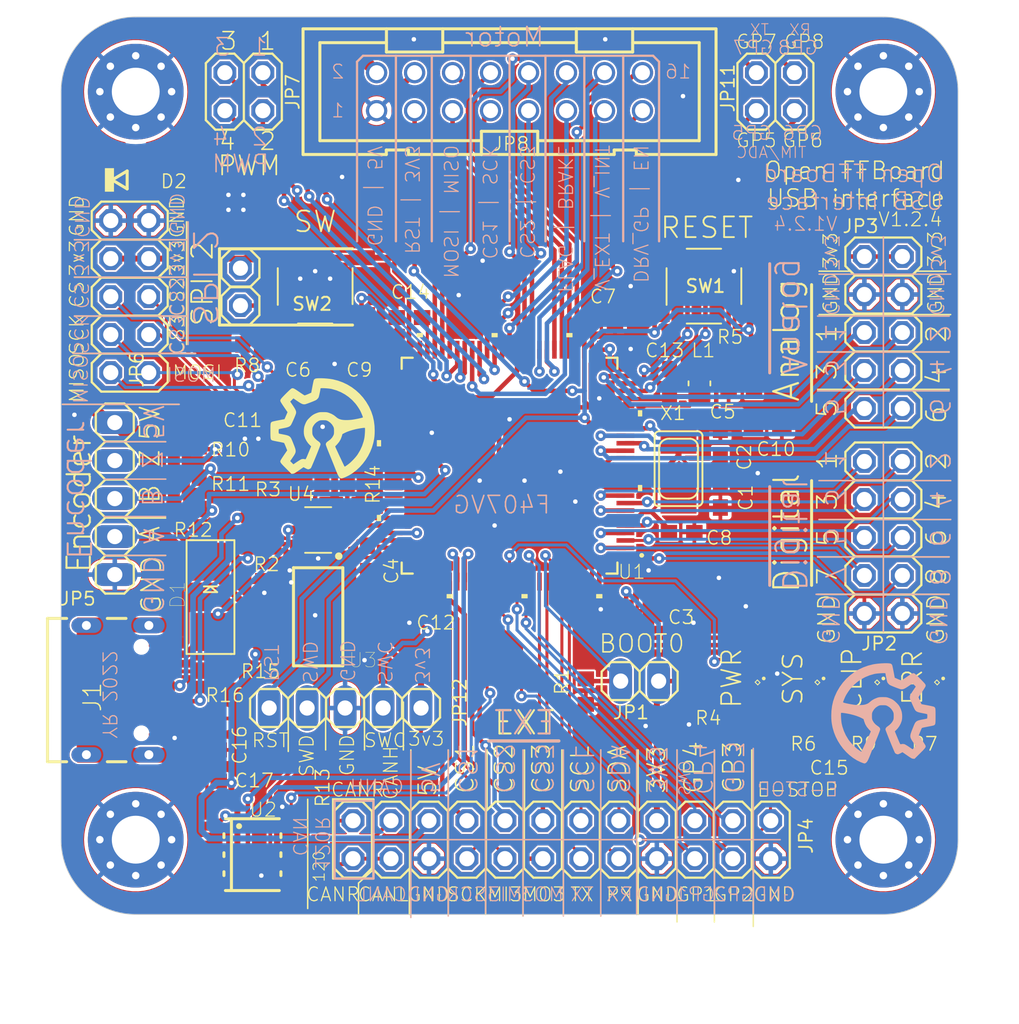
<source format=kicad_pcb>
(kicad_pcb (version 20211014) (generator pcbnew)
  (title_block (title "OpenFFBoard main") (date "2022-12-29") (rev "1.2.4"))
  (layers (0 "F.Cu" signal) (31 "B.Cu" signal) (34 "B.Paste" user) (35 "F.Paste" user) (36 "B.SilkS" user "B.Silkscreen") (37 "F.SilkS" user "F.Silkscreen") (38 "B.Mask" user) (39 "F.Mask" user) (44 "Edge.Cuts" user))
  (net 0 "")
  (net 1 "/OSC+")
  (net 2 "/OSC-")
  (net 3 "GND")
  (net 4 "+3.3V")
  (net 5 "/NRST")
  (net 6 "/BUTTON_A")
  (net 7 "+3.3VA")
  (net 8 "/E_STOP")
  (net 9 "/USB_SHIELD")
  (net 10 "/USB_VBUS_IN")
  (net 11 "Net-(J1-PadA5)")
  (net 12 "+5V")
  (net 13 "/USB_D+_IN")
  (net 14 "/USB_D-_IN")
  (net 16 "Net-(J1-PadB5)")
  (net 18 "/BOOT0")
  (net 19 "/DIN0")
  (net 20 "/DIN1")
  (net 21 "/DIN2")
  (net 22 "/DIN3")
  (net 23 "/DIN4")
  (net 24 "/DIN5")
  (net 25 "/DIN6")
  (net 26 "/DIN7")
  (net 27 "/AIN0")
  (net 28 "/AIN1")
  (net 29 "/AIN2")
  (net 30 "/AIN3")
  (net 31 "/AIN4")
  (net 32 "/AIN5")
  (net 33 "/GPIO3")
  (net 34 "/GPIO2")
  (net 35 "/SWO")
  (net 36 "/GPIO1")
  (net 37 "/I2C_SDA")
  (net 38 "/UART1_RX")
  (net 39 "/I2C_SCL")
  (net 40 "/UART1_TX")
  (net 41 "/SPI3_CS3")
  (net 42 "/SPI3_MOSI")
  (net 43 "/SPI3_CS2")
  (net 44 "/SPI3_MISO")
  (net 45 "/SPI3_CS1")
  (net 46 "/SPI3_SCK")
  (net 47 "/CANH")
  (net 48 "/CANL")
  (net 49 "/CAN_RES")
  (net 50 "/ENC_Z")
  (net 51 "/ENC_B")
  (net 52 "/ENC_A")
  (net 53 "/SPI2_MOSI")
  (net 54 "/SPI2_MISO")
  (net 55 "/SPI2_SS3")
  (net 56 "/SPI2_SCK")
  (net 57 "/SPI2_SS2")
  (net 58 "/SPI2_SS")
  (net 59 "/PWM4")
  (net 60 "/PWM3")
  (net 61 "/PWM2")
  (net 62 "/PWM1")
  (net 63 "/SPI1_MOSI")
  (net 64 "/SPI1_MISO")
  (net 65 "/SPI1_SS1")
  (net 66 "/SPI1_SCK")
  (net 67 "/SPI1_SS2")
  (net 68 "/SPI1_SS3")
  (net 69 "/DRV_FLAG")
  (net 70 "/BRAKE_CTRL")
  (net 71 "/V_EXT")
  (net 72 "/V_INT")
  (net 73 "/GPIO_DRV")
  (net 74 "/DRV_ENABLE")
  (net 75 "/GPIO5")
  (net 76 "/GPIO7")
  (net 77 "/GPIO6")
  (net 78 "/GPIO8")
  (net 79 "/SWDIO")
  (net 80 "/SWCLK")
  (net 81 "Net-(LED1-PadA)")
  (net 82 "Net-(LED2-PadA)")
  (net 83 "Net-(LED3-PadA)")
  (net 84 "Net-(LED4-PadA)")
  (net 85 "Net-(R2-Pad1)")
  (net 86 "Net-(R3-Pad1)")
  (net 87 "/LED1")
  (net 88 "/LED2")
  (net 89 "/LED3")
  (net 90 "/USB_VBUS")
  (net 101 "/USB_D-")
  (net 102 "/USB_D+")
  (net 103 "/CAN_RX")
  (net 104 "/CAN_TX")
  (net 105 "/CAN_S")
  (net 107 "Net-(C4-Pad1)")
  (net 108 "Net-(C14-Pad1)")
  (footprint "stm_board_f407_1.2.4:C0603" (layer "F.Cu") (at 162.6011 106.9536 90)
    (fp_text reference "C1")
    (fp_text value "15pF")
  )
  (footprint "stm_board_f407_1.2.4:C0805" (layer "F.Cu") (at 127.2011 101.6036)
    (fp_text reference "C11")
    (fp_text value "4.7µF")
  )
  (footprint "stm_board_f407_1.2.4:R0603" (layer "F.Cu") (at 164.0011 97.9036)
    (fp_text reference "R5")
    (fp_text value "10kR")
  )
  (footprint "stm_board_f407_1.2.4:C0603" (layer "F.Cu") (at 139.0011 111.2036 -90)
    (fp_text reference "C4")
    (fp_text value "2.2µF")
  )
  (footprint "stm_board_f407_1.2.4:NX5032" (layer "F.Cu") (at 159.8011 105.2036 90)
    (fp_text reference "X1")
    (fp_text value "8MHz")
  )
  (footprint "stm_board_f407_1.2.4:R0603" (layer "F.Cu") (at 126.9011 107.9036)
    (fp_text reference "R12")
    (fp_text value "5.1kR")
  )
  (footprint "stm_board_f407_1.2.4:2X02" (layer "F.Cu") (at 166.2811 80.0036)
    (fp_text reference "JP11")
    (fp_text value "PINHD-2X2")
  )
  (footprint "stm_board_f407_1.2.4:1X01" (layer "F.Cu") (at 130.5011 94.3036)
    (fp_text reference "JP14" hide)
    (fp_text value "PINHD-1X1")
  )
  (footprint "stm_board_f407_1.2.4:R0603" (layer "F.Cu") (at 126.9011 105.8036)
    (fp_text reference "R11")
    (fp_text value "5.1kR")
  )
  (footprint "stm_board_f407_1.2.4:R0603" (layer "F.Cu") (at 172.4011 122.2036 180)
    (fp_text reference "R9")
    (fp_text value "330R")
  )
  (footprint "stm_board_f407_1.2.4:C0603" (layer "F.Cu") (at 164.0011 100.0036 180)
    (fp_text reference "C5")
    (fp_text value "100nF")
  )
  (footprint "stm_board_f407_1.2.4:2X02" (layer "F.Cu") (at 130.7319 80.0036)
    (fp_text reference "JP7")
    (fp_text value "PINHD-2X2")
  )
  (footprint "LOGO" (layer "F.Cu") (at 136 102.5)
    (fp_text reference "G***" hide)
    (fp_text value "LOGO" hide)
  )
  (footprint "stm_board_f407_1.2.4:R0603" (layer "F.Cu") (at 131.5011 96.9036 180)
    (fp_text reference "R8")
    (fp_text value "10kR")
  )
  (footprint "MountingHole:MountingHole_3.2mm_M3_Pad_Via" (layer "F.Cu") (at 123.5011 80.0036)
    (fp_text reference "H4" hide)
    (fp_text value "MOUNT-PAD-ROUND3.0")
  )
  (footprint "stm_board_f407_1.2.4:1X05" (layer "F.Cu") (at 137.5011 121.2036)
    (fp_text reference "JP12")
    (fp_text value "PINHD-1X5")
  )
  (footprint "stm_board_f407_1.2.4:SMADIODE" (layer "F.Cu") (at 128.5011 113.7736 -90)
    (fp_text reference "D1")
    (fp_text value "LV HC low drop")
  )
  (footprint "stm_board_f407_1.2.4:C0603" (layer "F.Cu") (at 154.7011 95.4036)
    (fp_text reference "C7")
    (fp_text value "100nF")
  )
  (footprint "stm_board_f407_1.2.4:C0603" (layer "F.Cu") (at 160.0111 109.4636)
    (fp_text reference "C8")
    (fp_text value "100nF")
  )
  (footprint "stm_board_f407_1.2.4:R0603" (layer "F.Cu") (at 128.8011 118.7036 180)
    (fp_text reference "R15")
    (fp_text value "5.1kR")
  )
  (footprint "stm_board_f407_1.2.4:GCT_USB4105-GF-A" (layer "F.Cu") (at 120.2011 120.0036 -90)
    (fp_text reference "J1")
    (fp_text value "USB4105-GF-A")
  )
  (footprint "stm_board_f407_1.2.4:TL3342F160QG_TR" (layer "F.Cu") (at 135.5011 93.0036 180)
    (fp_text reference "SW2")
    (fp_text value "TL3342F160QG/TR")
  )
  (footprint "stm_board_f407_1.2.4:C0603" (layer "F.Cu") (at 166.6011 125.2036)
    (fp_text reference "C15")
    (fp_text value "100nF")
  )
  (footprint "stm_board_f407_1.2.4:C0603" (layer "F.Cu") (at 162.6011 103.4536 -90)
    (fp_text reference "C2")
    (fp_text value "15pF")
  )
  (footprint "stm_board_f407_1.2.4:SML0805" (layer "F.Cu") (at 177.1011 119.5036 -90)
    (fp_text reference "LED3" hide)
    (fp_text value "red")
  )
  (footprint "stm_board_f407_1.2.4:SML0805" (layer "F.Cu") (at 165.1011 119.5036 -90)
    (fp_text reference "LED1" hide)
    (fp_text value "green")
  )
  (footprint "stm_board_f407_1.2.4:1X05" (layer "F.Cu") (at 122.1011 107.2036 -90)
    (fp_text reference "JP5")
    (fp_text value "Encoder")
  )
  (footprint "MountingHole:MountingHole_3.2mm_M3_Pad_Via" (layer "F.Cu") (at 123.5011 130.0036)
    (fp_text reference "H2" hide)
    (fp_text value "MOUNT-PAD-ROUND3.0")
  )
  (footprint "stm_board_f407_1.2.4:BLM21PG331SN1D" (layer "F.Cu") (at 161.2011 99.5036 -90)
    (fp_text reference "L1")
    (fp_text value "GZ2012D601TF" hide)
  )
  (footprint "stm_board_f407_1.2.4:R0603" (layer "F.Cu") (at 176.4011 122.2036 180)
    (fp_text reference "R7")
    (fp_text value "330R")
  )
  (footprint "stm_board_f407_1.2.4:SOD80C" (layer "F.Cu") (at 122.3011 85.9036)
    (fp_text reference "D2")
    (fp_text value "ZENER-DIODESOD80C")
  )
  (footprint "stm_board_f407_1.2.4:SML0805" (layer "F.Cu") (at 169.1011 119.5036 -90)
    (fp_text reference "LED2" hide)
    (fp_text value "blue")
  )
  (footprint "stm_board_f407_1.2.4:TL3342F160QG_TR" (layer "F.Cu") (at 161.5011 93.0036 180)
    (fp_text reference "SW1")
    (fp_text value "TL3342F160QG/TR" hide)
  )
  (footprint "stm_board_f407_1.2.4:C0603" (layer "F.Cu") (at 141.8011 95.1036 180)
    (fp_text reference "C14")
    (fp_text value "2.2µF")
  )
  (footprint "stm_board_f407_1.2.4:R0603" (layer "F.Cu") (at 131.9011 108.3036 180)
    (fp_text reference "R3")
    (fp_text value "22R")
  )
  (footprint "stm_board_f407_1.2.4:1X02" (layer "F.Cu") (at 157.2011 119.4036 180)
    (fp_text reference "JP1")
    (fp_text value "Boot")
  )
  (footprint "stm_board_f407_1.2.4:R0603" (layer "F.Cu") (at 126.9011 103.7036)
    (fp_text reference "R10")
    (fp_text value "5.1kR")
  )
  (footprint "MountingHole:MountingHole_3.2mm_M3_Pad_Via" (layer "F.Cu") (at 173.5011 80.0036)
    (fp_text reference "H3" hide)
    (fp_text value "MOUNT-PAD-ROUND3.0")
  )
  (footprint "stm_board_f407_1.2.4:R0603" (layer "F.Cu") (at 168.4011 122.2036 180)
    (fp_text reference "R6")
    (fp_text value "330R")
  )
  (footprint "stm_board_f407_1.2.4:TSOT-23-6" (layer "F.Cu") (at 135.7011 109.3036 180)
    (fp_text reference "U4")
    (fp_text value "USBLC6-2SC6")
  )
  (footprint "stm_board_f407_1.2.4:2X05" (layer "F.Cu") (at 123.1011 93.7036 90)
    (fp_text reference "JP6")
    (fp_text value "SPI")
  )
  (footprint "stm_board_f407_1.2.4:SML0805" (layer "F.Cu") (at 173.1011 119.5036 -90)
    (fp_text reference "LED4" hide)
    (fp_text value "yellow")
  )
  (footprint "stm_board_f407_1.2.4:C0603" (layer "F.Cu") (at 159.2011 99.4036 -90)
    (fp_text reference "C13")
    (fp_text value "100nF")
  )
  (footprint "stm_board_f407_1.2.4:2X12" (layer "F.Cu") (at 152.0011 130.0036 180)
    (fp_text reference "JP4")
    (fp_text value "EXT")
  )
  (footprint "stm_board_f407_1.2.4:R0603" (layer "F.Cu") (at 153.6011 120.1036 -90)
    (fp_text reference "R1")
    (fp_text value "10kR")
  )
  (footprint "stm_board_f407_1.2.4:1X01" (layer "F.Cu") (at 130.5011 91.8036)
    (fp_text reference "JP13" hide)
    (fp_text value "PINHD-1X1")
  )
  (footprint "stm_board_f407_1.2.4:LQFP100-14X14MM" (layer "F.Cu") (at 148.5011 105.0036 90)
    (fp_text reference "U1")
    (fp_text value "STM32F407VGT6" hide)
  )
  (footprint "stm_board_f407_1.2.4:C0603" (layer "F.Cu") (at 138.7411 96.9036 180)
    (fp_text reference "C9")
    (fp_text value "100nF")
  )
  (footprint "stm_board_f407_1.2.4:2X05" (layer "F.Cu") (at 173.5011 109.8036 -90)
    (fp_text reference "JP2")
    (fp_text value "Buttons")
  )
  (footprint "stm_board_f407_1.2.4:C0603" (layer "F.Cu") (at 128.2011 126.1036)
    (fp_text reference "C17")
    (fp_text value "100nF")
  )
  (footprint "stm_board_f407_1.2.4:2X05" (layer "F.Cu") (at 173.5011 96.1036 -90)
    (fp_text reference "JP3")
    (fp_text value "Analog")
  )
  (footprint "stm_board_f407_1.2.4:C0603" (layer "F.Cu") (at 141.0011 114.5036 -90)
    (fp_text reference "C12")
    (fp_text value "100nF")
  )
  (footprint "MountingHole:MountingHole_3.2mm_M3_Pad_Via" (layer "F.Cu") (at 173.5011 130.0036)
    (fp_text reference "H1" hide)
    (fp_text value "MOUNT-PAD-ROUND3.0")
  )
  (footprint "stm_board_f407_1.2.4:SOT223" (layer "F.Cu") (at 135.7011 115.1036 -90)
    (fp_text reference "U3")
    (fp_text value "LM1117")
  )
  (footprint "stm_board_f407_1.2.4:C0805" (layer "F.Cu") (at 165.7611 102.2136)
    (fp_text reference "C10")
    (fp_text value "4.7µF")
  )
  (footprint "stm_board_f407_1.2.4:R0603" (layer "F.Cu") (at 136.8011 106.4036 180)
    (fp_text reference "R14")
    (fp_text value "10kR")
  )
  (footprint "stm_board_f407_1.2.4:C0603" (layer "F.Cu") (at 128.2011 124.0036)
    (fp_text reference "C16")
    (fp_text value "100nF")
  )
  (footprint "stm_board_f407_1.2.4:R0603" (layer "F.Cu") (at 164.3011 122.2036 180)
    (fp_text reference "R4")
    (fp_text value "1kR")
  )
  (footprint "stm_board_f407_1.2.4:R0603" (layer "F.Cu") (at 128.2011 121.9036)
    (fp_text reference "R16")
    (fp_text value "5.1kR")
  )
  (footprint "stm_board_f407_1.2.4:R0603" (layer "F.Cu") (at 135.8011 129.3036 90)
    (fp_text reference "R13")
    (fp_text value "120R")
  )
  (footprint "stm_board_f407_1.2.4:SOT96-1" (layer "F.Cu") (at 131.3011 131.0036 -90)
    (fp_text reference "U2")
    (fp_text value "TJA1051T/3")
  )
  (footprint "stm_board_f407_1.2.4:R0603" (layer "F.Cu") (at 131.9011 110.4036 180)
    (fp_text reference "R2")
    (fp_text value "22R")
  )
  (footprint "stm_board_f407_1.2.4:C0805" (layer "F.Cu") (at 157.1011 114.7036)
    (fp_text reference "C3")
    (fp_text value "4.7µF")
  )
  (footprint "stm_board_f407_1.2.4:PAK100_2500-16" (layer "F.Cu") (at 148.5011 80.0036)
    (fp_text reference "JP8")
    (fp_text value "2516-")
  )
  (footprint "stm_board_f407_1.2.4:C0603" (layer "F.Cu") (at 134.6011 96.9036)
    (fp_text reference "C6")
    (fp_text value "100nF")
  )
  (footprint "LOGO" (layer "B.Cu") (at 173.5 121.55 180)
    (fp_text reference "G***" hide)
    (fp_text value "LOGO" hide)
  )
  (gr_line (start 157.0011 135.0036) (end 157.0011 124.0036) (layer "B.SilkS") (width 0.1016))
  (gr_line (start 120.7011 89.9036) (end 119.4011 89.9036) (layer "B.SilkS") (width 0.1))
  (gr_line (start 121.4011 111.0036) (end 125.5011 111.0036) (layer "B.SilkS") (width 0.1))
  (gr_line (start 177.9011 97.4036) (end 169.1011 97.4036) (layer "B.SilkS") (width 0.1016))
  (gr_line (start 148.5011 77.6036) (end 148.5011 90.0036) (layer "B.SilkS") (width 0.1524))
  (gr_line (start 143.3011 77.6036) (end 143.3011 90.0036) (layer "B.SilkS") (width 0.1524))
  (gr_line (start 121.4011 105.9036) (end 125.5011 105.9036) (layer "B.SilkS") (width 0.1))
  (gr_line (start 165.9011 98.8036) (end 165.9011 91.5036) (layer "B.SilkS") (width 0.2))
  (gr_line (start 149.4011 135.1036) (end 149.4011 124.0036) (layer "B.SilkS") (width 0.1016))
  (gr_line (start 120.6011 97.5036) (end 119.3011 97.5036) (layer "B.SilkS") (width 0.1))
  (gr_line (start 173.5011 116.1036) (end 173.5011 103.5036) (layer "B.SilkS") (width 0.1016))
  (gr_line (start 120.7011 92.4036) (end 119.4011 92.4036) (layer "B.SilkS") (width 0.1))
  (gr_line (start 127.0011 88.7036) (end 127.0011 95.6036) (layer "B.SilkS") (width 0.1016))
  (gr_line (start 121.4011 103.4036) (end 125.5011 103.4036) (layer "B.SilkS") (width 0.1))
  (gr_line (start 152.1011 130.0036) (end 159.6011 130.0036) (layer "B.SilkS") (width 0.1016))
  (gr_line (start 139.4011 130.0036) (end 152.1011 130.0036) (layer "B.SilkS") (width 0.1016))
  (gr_line (start 178.0011 108.6036) (end 169.2011 108.6036) (layer "B.SilkS") (width 0.1016))
  (gr_line (start 150.9011 77.6036) (end 148.5011 77.6036) (layer "B.SilkS") (width 0.1524))
  (gr_line (start 126.4011 100.9036) (end 118.6011 100.9036) (layer "B.SilkS") (width 0.1))
  (gr_line (start 122.7011 100.9036) (end 121.4011 100.9036) (layer "B.SilkS") (width 0.1))
  (gr_line (start 145.9011 77.6036) (end 143.3011 77.6036) (layer "B.SilkS") (width 0.1524))
  (gr_line (start 150.9011 77.6036) (end 150.9011 90.0036) (layer "B.SilkS") (width 0.1524))
  (gr_line (start 173.5011 102.4036) (end 173.5011 89.7036) (layer "B.SilkS") (width 0.1016))
  (gr_line (start 121.4011 108.4036) (end 125.5011 108.4036) (layer "B.SilkS") (width 0.1))
  (gr_line (start 156.1011 77.6036) (end 153.5011 77.6036) (layer "B.SilkS") (width 0.1524))
  (gr_line (start 141.9011 135.2036) (end 141.9011 124.1036) (layer "B.SilkS") (width 0.1016))
  (gr_line (start 156.1011 77.6036) (end 156.1011 90.0036) (layer "B.SilkS") (width 0.1524))
  (gr_line (start 145.9011 77.6036) (end 145.9011 90.0036) (layer "B.SilkS") (width 0.1524))
  (gr_line (start 159.1011 130.0036) (end 166.6011 130.0036) (layer "B.SilkS") (width 0.1016))
  (gr_line (start 177.9011 95.0036) (end 169.1011 95.0036) (layer "B.SilkS") (width 0.1016))
  (gr_line (start 158.1011 77.6036) (end 158.5011 78.0036) (layer "B.SilkS") (width 0.1524))
  (gr_line (start 140.9011 77.6036) (end 140.9011 90.0036) (layer "B.SilkS") (width 0.1524))
  (gr_line (start 127.0011 95.6036) (end 127.0011 96.9036) (layer "B.SilkS") (width 0.1))
  (gr_line (start 159.7011 135.0036) (end 159.7011 124.0036) (layer "B.SilkS") (width 0.1016))
  (gr_line (start 165.9011 113.0036) (end 165.9011 106.4036) (layer "B.SilkS") (width 0.2))
  (gr_line (start 156.1011 77.6036) (end 158.1011 77.6036) (layer "B.SilkS") (width 0.1524))
  (gr_line (start 154.6011 135.1036) (end 154.6011 124.0036) (layer "B.SilkS") (width 0.1016))
  (gr_line (start 178.0011 92.2036) (end 169.2011 92.2036) (layer "B.SilkS") (width 0.1016))
  (gr_line (start 138.7011 77.6036) (end 138.3011 78.0036) (layer "B.SilkS") (width 0.1524))
  (gr_line (start 169.0011 113.6036) (end 177.9011 113.6036) (layer "B.SilkS") (width 0.1016))
  (gr_line (start 164.8011 134.9036) (end 164.8011 123.9036) (layer "B.SilkS") (width 0.1016))
  (gr_line (start 178.0011 106.0036) (end 169.2011 106.0036) (layer "B.SilkS") (width 0.1016))
  (gr_line (start 177.9011 100.0036) (end 169.1011 100.0036) (layer "B.SilkS") (width 0.1016))
  (gr_line (start 177.9011 111.1036) (end 169.1011 111.1036) (layer "B.SilkS") (width 0.1016))
  (gr_line (start 153.5011 77.6036) (end 150.9011 77.6036) (layer "B.SilkS") (width 0.1524))
  (gr_line (start 151.8011 123.4036) (end 147.1011 123.4036) (layer "B.SilkS") (width 0.2))
  (gr_line (start 138.3011 78.0036) (end 138.3011 90.0036) (layer "B.SilkS") (width 0.1524))
  (gr_line (start 140.9011 77.6036) (end 138.7011 77.6036) (layer "B.SilkS") (width 0.1524))
  (gr_line (start 126.9011 92.4036) (end 120.7011 92.4036) (layer "B.SilkS") (width 0.1016))
  (gr_line (start 127.5011 97.5036) (end 120.6011 97.5036) (layer "B.SilkS") (width 0.1016))
  (gr_line (start 162.2011 135.0036) (end 162.2011 124.0036) (layer "B.SilkS") (width 0.1016))
  (gr_line (start 126.9011 89.9036) (end 120.7011 89.9036) (layer "B.SilkS") (width 0.1016))
  (gr_line (start 158.5011 78.0036) (end 158.5011 90.0036) (layer "B.SilkS") (width 0.1524))
  (gr_rect (start 136.8011 127.4036) (end 139.4011 132.6036) (layer "B.SilkS") (width 0.1524) (fill none))
  (gr_line (start 152.1011 130.0036) (end 152.1011 124.0036) (layer "B.SilkS") (width 0.1016))
  (gr_line (start 126.9011 95.0036) (end 120.7011 95.0036) (layer "B.SilkS") (width 0.1016))
  (gr_line (start 144.4011 135.1036) (end 144.4011 124.0036) (layer "B.SilkS") (width 0.1016))
  (gr_line (start 120.7011 95.0036) (end 119.4011 95.0036) (layer "B.SilkS") (width 0.1))
  (gr_line (start 152.1011 130.0036) (end 152.1011 135.1036) (layer "B.SilkS") (width 0.1016))
  (gr_line (start 153.5011 77.6036) (end 153.5011 90.0036) (layer "B.SilkS") (width 0.1524))
  (gr_line (start 143.3011 77.6036) (end 140.9011 77.6036) (layer "B.SilkS") (width 0.1524))
  (gr_line (start 146.9011 134.9036) (end 146.9011 123.9036) (layer "B.SilkS") (width 0.1016))
  (gr_line (start 148.5011 77.6036) (end 145.9011 77.6036) (layer "B.SilkS") (width 0.1524))
  (gr_rect (start 136.7011 127.3036) (end 139.4011 132.6036) (layer "F.SilkS") (width 0.1524) (fill none))
  (gr_line (start 119.4011 95.0036) (end 126.9011 95.0036) (layer "F.SilkS") (width 0.1016))
  (gr_line (start 119.4011 92.4036) (end 126.9011 92.4036) (layer "F.SilkS") (width 0.1016))
  (gr_line (start 177.9011 97.4036) (end 169.1011 97.4036) (layer "F.SilkS") (width 0.1016))
  (gr_line (start 141.8011 132.0036) (end 141.8011 135.0036) (layer "F.SilkS") (width 0.1016))
  (gr_line (start 164.7011 128.0036) (end 164.7011 124.0036) (layer "F.SilkS") (width 0.1))
  (gr_line (start 154.6011 132.0036) (end 154.6011 135.1036) (layer "F.SilkS") (width 0.1016))
  (gr_line (start 119.3011 97.5036) (end 127.5011 97.5036) (layer "F.SilkS") (width 0.1016))
  (gr_line (start 159.7011 128.0036) (end 159.7011 124.0036) (layer "F.SilkS") (width 0.1))
  (gr_line (start 164.8011 135.8036) (end 164.8011 131.8036) (layer "F.SilkS") (width 0.1))
  (gr_line (start 173.5011 103.5036) (end 173.5011 116.1036) (layer "F.SilkS") (width 0.1016))
  (gr_line (start 138.4011 132.9036) (end 138.4011 135.0036) (layer "F.SilkS") (width 0.1016))
  (gr_line (start 138.0011 95.6036) (end 129.1011 95.6036) (layer "F.SilkS") (width 0.2))
  (gr_line (start 162.2011 128.0036) (end 162.2011 124.0036) (layer "F.SilkS") (width 0.1))
  (gr_line (start 157.1011 128.0036) (end 157.1011 124.0036) (layer "F.SilkS") (width 0.1))
  (gr_line (start 144.4011 128.0036) (end 144.4011 124.0036) (layer "F.SilkS") (width 0.1))
  (gr_line (start 141.9011 128.0036) (end 141.9011 124.0036) (layer "F.SilkS") (width 0.1))
  (gr_line (start 138.8011 120.8036) (end 138.8011 124.0036) (layer "F.SilkS") (width 0.1016))
  (gr_line (start 177.7011 92.0036) (end 175.7011 92.0036) (layer "F.SilkS") (width 0.1))
  (gr_line (start 139.4011 127.3036) (end 139.4011 132.0036) (layer "F.SilkS") (width 0.1016))
  (gr_line (start 147.0011 128.0036) (end 147.0011 124.0036) (layer "F.SilkS") (width 0.1))
  (gr_line (start 159.7011 135.5036) (end 159.7011 131.5036) (layer "F.SilkS") (width 0.1))
  (gr_line (start 154.6011 128.0036) (end 154.6011 124.0036) (layer "F.SilkS") (width 0.1))
  (gr_line (start 118.6011 100.9036) (end 126.4011 100.9036) (layer "F.SilkS") (width 0.1))
  (gr_line (start 152.1011 132.0036) (end 152.1011 135.0036) (layer "F.SilkS") (width 0.1016))
  (gr_line (start 147.1011 123.4036) (end 151.8011 123.4036) (layer "F.SilkS") (width 0.2))
  (gr_line (start 129.1011 90.5036) (end 138.0011 90.5036) (layer "F.SilkS") (width 0.2))
  (gr_line (start 135.0011 134.6036) (end 135.0011 127.3036) (layer "F.SilkS") (width 0.1016))
  (gr_line (start 177.9011 113.6036) (end 169.1011 113.6036) (layer "F.SilkS") (width 0.1016))
  (gr_line (start 122.7011 105.9036) (end 125.5011 105.9036) (layer "F.SilkS") (width 0.1016))
  (gr_line (start 157.1011 131.9036) (end 157.1011 132.2036) (layer "F.SilkS") (width 0.2))
  (gr_line (start 139.4011 132.0036) (end 138.4011 132.9036) (layer "F.SilkS") (width 0.1016))
  (gr_line (start 126.9011 96.9036) (end 126.9011 88.7036) (layer "F.SilkS") (width 0.1016))
  (gr_line (start 168.7011 113.0036) (end 168.7011 106.0036) (layer "F.SilkS") (width 0.2))
  (gr_line (start 168.7011 100.7036) (end 168.7011 92.9036) (layer "F.SilkS") (width 0.2))
  (gr_line (start 133.7011 120.9036) (end 133.7011 124.1036) (layer "F.SilkS") (width 0.1016))
  (gr_line (start 178.0011 94.9036) (end 169.2011 94.9036) (layer "F.SilkS") (width 0.1016))
  (gr_line (start 144.4011 132.0036) (end 144.4011 135.0036) (layer "F.SilkS") (width 0.1016))
  (gr_line (start 129.1011 95.6036) (end 129.1011 90.5036) (layer "F.SilkS") (width 0.2))
  (gr_line (start 149.5011 128.0036) (end 149.5011 124.0036) (layer "F.SilkS") (width 0.1))
  (gr_line (start 171.3011 92.0036) (end 169.2011 92.0036) (layer "F.SilkS") (width 0.1))
  (gr_line (start 178.0011 106.0036) (end 169.2011 106.0036) (layer "F.SilkS") (width 0.1016))
  (gr_line (start 177.9011 111.1036) (end 169.1011 111.1036) (layer "F.SilkS") (width 0.1016))
  (gr_line (start 152.0011 128.0036) (end 152.0011 124.0036) (layer "F.SilkS") (width 0.1))
  (gr_line (start 149.4011 132.1036) (end 149.4011 135.1036) (layer "F.SilkS") (width 0.1016))
  (gr_line (start 122.7011 103.4036) (end 125.5011 103.4036) (layer "F.SilkS") (width 0.1016))
  (gr_line (start 157.1011 132.2036) (end 157.1011 135.0036) (layer "F.SilkS") (width 0.1016))
  (gr_line (start 146.9011 132.0036) (end 146.9011 135.0036) (layer "F.SilkS") (width 0.1016))
  (gr_line (start 162.2011 135.5036) (end 162.2011 131.5036) (layer "F.SilkS") (width 0.1))
  (gr_line (start 177.9011 99.9036) (end 169.1011 99.9036) (layer "F.SilkS") (width 0.1016))
  (gr_line (start 136.2011 120.8036) (end 136.2011 124.0036) (layer "F.SilkS") (width 0.1016))
  (gr_line (start 122.7011 111.0036) (end 125.5011 111.0036) (layer "F.SilkS") (width 0.1016))
  (gr_line (start 141.4011 120.8036) (end 141.4011 124.0036) (layer "F.SilkS") (width 0.1016))
  (gr_line (start 122.7011 108.5036) (end 125.5011 108.5036) (layer "F.SilkS") (width 0.1016))
  (gr_line (start 119.4011 89.9036) (end 126.9011 89.9036) (layer "F.SilkS") (width 0.1016))
  (gr_line (start 178.0011 108.6036) (end 169.2011 108.6036) (layer "F.SilkS") (width 0.1016))
  (gr_arc (start 178.5011 130.0036) (mid 177.036634 133.539134) (end 173.5011 135.0036) (layer "Edge.Cuts") (width 0.05))
  (gr_arc (start 123.5011 135.0036) (mid 119.965566 133.539134) (end 118.5011 130.0036) (layer "Edge.Cuts") (width 0.05))
  (gr_line (start 123.5011 135.0036) (end 173.5011 135.0036) (layer "Edge.Cuts") (width 0.05))
  (gr_arc (start 118.5011 80.0036) (mid 119.965566 76.468066) (end 123.5011 75.0036) (layer "Edge.Cuts") (width 0.05))
  (gr_arc (start 173.5011 75.0036) (mid 177.036634 76.468066) (end 178.5011 80.0036) (layer "Edge.Cuts") (width 0.05))
  (gr_line (start 178.5011 130.0036) (end 178.5011 80.0036) (layer "Edge.Cuts") (width 0.05))
  (gr_line (start 118.5011 80.0036) (end 118.5011 130.0036) (layer "Edge.Cuts") (width 0.05))
  (gr_line (start 173.5011 75.0036) (end 123.5011 75.0036) (layer "Edge.Cuts") (width 0.05))
  (gr_text "B" (at 123.8 107.85 -90) (layer "B.SilkS") (effects (font (size 1.288 1.288) (thickness 0.112)) (justify left bottom mirror)))
  (gr_text "GP6" (at 169.5011 83.3036) (layer "B.SilkS") (effects (font (size 0.92 0.92) (thickness 0.08)) (justify left bottom mirror)))
  (gr_text "GP8" (at 169.2011 77.6036) (layer "B.SilkS") (effects (font (size 0.92 0.92) (thickness 0.08)) (justify left bottom mirror)))
  (gr_text "CANH" (at 141.5011 127.0036) (layer "B.SilkS") (effects (font (size 0.92 0.92) (thickness 0.08)) (justify left bottom mirror)))
  (gr_text "V_EXT | V_INT" (at 155.2011 83.5036 -90) (layer "B.SilkS") (effects (font (size 0.92 0.92) (thickness 0.08)) (justify right top mirror)))
  (gr_text "Encoder" (at 118.75 111.4 -90) (layer "B.SilkS") (effects (font (size 1.564 1.564) (thickness 0.136)) (justify left bottom mirror)))
  (gr_text "7" (at 169.5 113 -90) (layer "B.SilkS") (effects (font (size 1.288 1.288) (thickness 0.112)) (justify left bottom mirror)))
  (gr_text "CANL" (at 141.7 134.2) (layer "B.SilkS") (effects (font (size 0.92 0.92) (thickness 0.08)) (justify left bottom mirror)))
  (gr_text "RST | 3V3" (at 142.5011 83.5036 -90) (layer "B.SilkS") (effects (font (size 0.92 0.92) (thickness 0.08)) (justify right top mirror)))
  (gr_text "PWM" (at 132.5011 85.5036) (layer "B.SilkS") (effects (font (size 1.1684 1.1684) (thickness 0.1016)) (justify left bottom mirror)))
  (gr_text "GND" (at 159.8 134.2) (layer "B.SilkS") (effects (font (size 0.92 0.92) (thickness 0.08)) (justify left bottom mirror)))
  (gr_text "3v3" (at 176.6 92.05 -90) (layer "B.SilkS") (effects (font (size 0.92 0.92) (thickness 0.08)) (justify left bottom mirror)))
  (gr_text "Motor" (at 150.9011 77.1036) (layer "B.SilkS") (effects (font (size 1.288 1.288) (thickness 0.112)) (justify left bottom mirror)))
  (gr_text "3v3" (at 169.5 92.05 -90) (layer "B.SilkS") (effects (font (size 0.92 0.92) (thickness 0.08)) (justify left bottom mirror)))
  (gr_text "MOSI | MISO" (at 145.1011 83.5036 -90) (layer "B.SilkS") (effects (font (size 0.92 0.92) (thickness 0.08)) (justify right top mirror)))
  (gr_text "GP2" (at 164.9 134.2) (layer "B.SilkS") (effects (font (size 0.92 0.92) (thickness 0.08)) (justify left bottom mirror)))
  (gr_text "CS3" (at 125.7 97.65 -90) (layer "B.SilkS") (effects (font (size 0.92 0.92) (thickness 0.08)) (justify left bottom mirror)))
  (gr_text "SWD" (at 134.6011 119.6036 -90) (layer "B.SilkS") (effects (font (size 0.92 0.92) (thickness 0.08)) (justify left bottom mirror)))
  (gr_text "FLAG | BRAKE" (at 152.7511 83.5036 -90) (layer "B.SilkS") (effects (font (size 0.92 0.92) (thickness 0.08)) (justify right top mirror)))
  (gr_text "YR 2022" (at 121.2011 123.3036 -90) (layer "B.SilkS") (effects (font (size 0.92 0.92) (thickness 0.08)) (justify left bottom mirror)))
  (gr_text "GP4" (at 160.7011 127.1036 -90) (layer "B.SilkS") (effects (font (size 1.196 1.196) (thickness 0.104)) (justify left bottom mirror)))
  (gr_text "1" (at 132.4011 77.7036) (layer "B.SilkS") (effects (font (size 1.1684 1.1684) (thickness 0.1016)) (justify left bottom mirror)))
  (gr_text "1" (at 169.5 105.2 -90) (layer "B.SilkS") (effects (font (size 1.288 1.288) (thickness 0.112)) (justify left bottom mirror)))
  (gr_text "GND" (at 144.5 134.2) (layer "B.SilkS") (effects (font (size 0.92 0.92) (thickness 0.08)) (justify left bottom mirror)))
  (gr_text "MO3" (at 152.2 134.2) (layer "B.SilkS") (effects (font (size 0.92 0.92) (thickness 0.08)) (justify left bottom mirror)))
  (gr_text "Digital" (at 166.6011 109.6036 -90) (layer "B.SilkS") (effects (font (size 1.564 1.564) (thickness 0.136)) (justify bottom mirror)))
  (gr_text "SWO" (at 160.6011 127.1036 -90) (layer "B.SilkS") (effects (font (size 0.747776 0.747776) (thickness 0.065024)) (justify left top mirror)))
  (gr_text "GND" (at 119.35 89.85 -90) (layer "B.SilkS") (effects (font (size 0.92 0.92) (thickness 0.08)) (justify left bottom mirror)))
  (gr_text "8" (at 176.5 113.15 -90) (layer "B.SilkS") (effects (font (size 1.288 1.288) (thickness 0.112)) (justify left bottom mirror)))
  (gr_text "Open FFBoard\nUSB interface" (at 177.6011 88.0036) (layer "B.SilkS") (effects (font (size 1.15 1.15) (thickness 0.1)) (justify left bottom mirror)))
  (gr_text "4" (at 176.5 99.15 -90) (layer "B.SilkS") (effects (font (size 1.288 1.288) (thickness 0.112)) (justify left bottom mirror)))
  (gr_text "CS3" (at 150.1011 127.0036 -90) (layer "B.SilkS") (effects (font (size 1.1684 1.1684) (thickness 0.1016)) (justify left bottom mirror)))
  (gr_text "GND" (at 169.3 117.05 -90) (layer "B.SilkS") (effects (font (size 1.104 1.104) (thickness 0.096)) (justify left bottom mirror)))
  (gr_text "DRV_GP | EN" (at 157.8011 83.5036 -90) (layer "B.SilkS") (effects (font (size 0.92 0.92) (thickness 0.08)) (justify right top mirror)))
  (gr_text "3" (at 129.9011 77.7036) (layer "B.SilkS") (effects (font (size 1.1684 1.1684) (thickness 0.1016)) (justify left bottom mirror)))
  (gr_text "2" (at 132.4011 83.7036) (layer "B.SilkS") (effects (font (size 1.1684 1.1684) (thickness 0.1016)) (justify left bottom mirror)))
  (gr_text "GND" (at 176.5 117.1 -90) (layer "B.SilkS") (effects (font (size 1.104 1.104) (thickness 0.096)) (justify left bottom mirror)))
  (gr_text "CS" (at 119.3 94.6 -90) (layer "B.SilkS") (effects (font (size 0.92 0.92) (thickness 0.08)) (justify left bottom mirror)))
  (gr_text "2" (at 176.5 105.35 -90) (layer "B.SilkS") (effects (font (size 1.288 1.288) (thickness 0.112)) (justify left bottom mirror)))
  (gr_text "3v3" (at 119.3 92.4 -90) (layer "B.SilkS") (effects (font (size 0.92 0.92) (thickness 0.08)) (justify left bottom mirror)))
  (gr_text "SWC" (at 139.6011 119.6036 -90) (layer "B.SilkS") (effects (font (size 0.92 0.92) (thickness 0.08)) (justify left bottom mirror)))
  (gr_text "4" (at 129.8011 83.7036) (layer "B.SilkS") (effects (font (size 1.1684 1.1684) (thickness 0.1016)) (justify left bottom mirror)))
  (gr_text "GP3" (at 162.8011 127.0036 -90) (layer "B.SilkS") (effects (font (size 1.196 1.196) (thickness 0.104)) (justify left bottom mirror)))
  (gr_text "Z" (at 123.8 105.3 -90) (layer "B.SilkS") (effects (font (size 1.288 1.288) (thickness 0.112)) (justify left bottom mirror)))
  (gr_text "MISO" (at 120.3 97.5 -90) (layer "B.SilkS") (effects (font (size 0.92 0.92) (thickness 0.08)) (justify right top mirror)))
  (gr_text "GND" (at 167.7 134.2) (layer "B.SilkS") (effects (font (size 0.92 0.92) (thickness 0.08)) (justify left bottom mirror)))
  (gr_text "3V3" (at 157.7011 127.0036 -90) (layer "B.SilkS") (effects (font (size 1.1684 1.1684) (thickness 0.1016)) (justify left bottom mirror)))
  (gr_text "GND" (at 169.5 95.05 -90) (layer "B.SilkS") (effects (font (size 0.92 0.92) (thickness 0.08)) (justify left bottom mirror)))
  (gr_text "6" (at 176.5 101.75 -90) (layer "B.SilkS") (effects (font (size 1.288 1.288) (thickness 0.112)) (justify left bottom mirror)))
  (gr_text "2" (at 137.5011 79.2036) (layer "B.SilkS") (effects (font (size 0.92 0.92) (thickness 0.08)) (justify left bottom mirror)))
  (gr_text "A" (at 123.9 110.35 -90) (layer "B.SilkS") (effects (font (size 1.288 1.288) (thickness 0.112)) (justify left bottom mirror)))
  (gr_text "5V" (at 123.9 103.35 -90) (layer "B.SilkS") (effects (font (size 1.288 1.288) (thickness 0.112)) (justify left bottom mirror)))
  (gr_text "GND" (at 125.7011 89.6036 -90) (layer "B.SilkS") (effects (font (size 0.92 0.92) (thickness 0.08)) (justify left bottom mirror)))
  (gr_text "6" (at 176.5 110.55 -90) (layer "B.SilkS") (effects (font (size 1.288 1.288) (thickness 0.112)) (justify left bottom mirror)))
  (gr_text "5" (at 169.5 110.4 -90) (layer "B.SilkS") (effects (font (size 1.288 1.288) (thickness 0.112)) (justify left bottom mirror)))
  (gr_text "1" (at 169.5 96.75 -90) (layer "B.SilkS") (effects (font (size 1.288 1.288) (thickness 0.112)) (justify left bottom mirror)))
  (gr_text "CS2" (at 125.7 95.1 -90) (layer "B.SilkS") (effects (font (size 0.92 0.92) (thickness 0.08)) (justify left bottom mirror)))
  (gr_text "RST" (at 132.0011 119.5036 -90) (layer "B.SilkS") (effects (font (size 0.92 0.92) (thickness 0.08)) (justify left bottom mirror)))
  (gr_text "1" (at 137.5011 81.8036) (layer "B.SilkS") (effects (font (size 0.92 0.92) (thickness 0.08)) (justify left bottom mirror)))
  (gr_text "SDA" (at 155.2011 127.0036 -90) (layer "B.SilkS") (effects (font (size 1.1684 1.1684) (thickness 0.1016)) (justify left bottom mirror)))
  (gr_text "Analog" (at 166.6011 95.0036 -90) (layer "B.SilkS") (effects (font (size 1.564 1.564) (thickness 0.136)) (justify bottom mirror)))
  (gr_text "MI3" (at 149.4 134.2) (layer "B.SilkS") (effects (font (size 0.92 0.92) (thickness 0.08)) (justify left bottom mirror)))
  (gr_text "3v3" (at 142.1011 119.6036 -90) (layer "B.SilkS") (effects (font (size 0.92 0.92) (thickness 0.08)) (justify left bottom mirror)))
  (gr_text "RX" (at 156.8 134.2) (layer "B.SilkS") (effects (font (size 0.92 0.92) (thickness 0.08)) (justify left bottom mirror)))
  (gr_text "5" (at 169.5 101.75 -90) (layer "B.SilkS") (effects (font (size 1.288 1.288) (thickness 0.112)) (justify left bottom mirror)))
  (gr_text "2" (at 176.5 96.85 -90) (layer "B.SilkS") (effects (font (size 1.288 1.288) (thickness 0.112)) (justify left bottom mirror)))
  (gr_text "GP1" (at 162.3 134.2) (layer "B.SilkS") (effects (font (size 0.92 0.92) (thickness 0.08)) (justify left bottom mirror)))
  (gr_text "E-STOP" (at 165.0011 126.1036) (layer "B.SilkS") (effects (font (size 0.92 0.92) (thickness 0.08)) (justify right top mirror)))
  (gr_text "V1.2.4" (at 166.1011 88.3036) (layer "B.SilkS") (effects (font (size 0.92 0.92) (thickness 0.08)) (justify right top mirror)))
  (gr_text "MOSI" (at 125.5 98.4) (layer "B.SilkS") (effects (font (size 0.92 0.92) (thickness 0.08)) (justify right top mirror)))
  (gr_text "3v3" (at 125.7 92.4 -90) (layer "B.SilkS") (effects (font (size 0.92 0.92) (thickness 0.08)) (justify left bottom mirror)))
  (gr_text "RX" (at 168.7011 76.3036) (layer "B.SilkS") (effects (font (size 0.747776 0.747776) (thickness 0.065024)) (justify left bottom mirror)))
  (gr_text "GND | 5V" (at 140.0011 83.5536 -90) (layer "B.SilkS") (effects (font (size 0.92 0.92) (thickness 0.08)) (justify right top mirror)))
  (gr_text "SCK" (at 119.3 97.6 -90) (layer "B.SilkS") (effects (font (size 0.92 0.92) (thickness 0.08)) (justify left bottom mirror)))
  (gr_text "5V" (at 142.5011 127.0036 -90) (layer "B.SilkS") (effects (font (size 1.1684 1.1684) (thickness 0.1016)) (justify left bottom mirror)))
  (gr_text "TX" (at 165.9011 76.3036) (layer "B.SilkS") (effects (font (size 0.747776 0.747776) (thickness 0.065024)) (justify left bottom mirror)))
  (gr_text "CS1" (at 145.0011 127.0036 -90) (layer "B.SilkS") (effects (font (size 1.1684 1.1684) (thickness 0.1016)) (justify left bottom mirror)))
  (gr_text "120R\nCAN" (at 136.5 128.4 -90) (layer "B.SilkS") (effects (font (size 0.92 0.92) (thickness 0.08)) (justify right top mirror)))
  (gr_text "GP7" (at 166.2011 77.6036) (layer "B.SilkS") (effects (font (size 0.92 0.92) (thickness 0.08)) (justify left bottom mirror)))
  (gr_text "GND" (at 176.5 95.05 -90) (layer "B.SilkS") (effects (font (size 0.92 0.92) (thickness 0.08)) (justify left bottom mirror)))
  (gr_text "SPI 2" (at 127.2 95.75 -90) (layer "B.SilkS") (effects (font (size 1.564 1.564) (thickness 0.136)) (justify left bottom mirror)))
  (gr_text "F407VG" (at 151.3011 108.3036) (layer "B.SilkS") (effects (font (size 1.1684 1.1684) (thickness 0.1016)) (justify left bottom mirror)))
  (gr_text "TX" (at 154.2 134.2) (layer "B.SilkS") (effects (font (size 0.92 0.92) (thickness 0.08)) (justify left bottom mirror)))
  (gr_text "EXT" (at 149.5011 123.1036) (layer "B.SilkS") (effects (font (size 1.564 1.564) (thickness 0.136)) (justify bottom mirror)))
  (gr_text "SCL" (at 152.8011 127.0036 -90) (layer "B.SilkS") (effects (font (size 1.1684 1.1684) (thickness 0.1016)) (justify left bottom mirror)))
  (gr_text "GP5" (at 166.1011 83.3036) (layer "B.SilkS") (effects (font (size 0.92 0.92) (thickness 0.08)) (justify left bottom mirror)))
  (gr_text "CS2" (at 147.5011 127.0036 -90) (layer "B.SilkS") (effects (font (size 1.1684 1.1684) (thickness 0.1016)) (justify left bottom mirror)))
  (gr_text "GND" (at 137.1011 119.5036 -90) (layer "B.SilkS") (effects (font (size 0.92 0.92) (thickness 0.08)) (justify left bottom mirror)))
  (gr_text "CS1 | SCK" (at 147.7011 83.5036 -90) (layer "B.SilkS") (effects (font (size 0.92 0.92) (thickness 0.08)) (justify right top mirror)))
  (gr_text "GND" (at 123.9 115 -90) (layer "B.SilkS") (effects (font (size 1.288 1.288) (thickness 0.112)) (justify left bottom mirror)))
  (gr_text "TIM/ADC" (at 168.4011 84.5036) (layer "B.SilkS") (effects (font (size 0.747776 0.747776) (thickness 0.065024)) (justify left bottom mirror)))
  (gr_text "SCK" (at 147 134.2) (layer "B.SilkS") (effects (font (size 0.92 0.92) (thickness 0.08)) (justify left bottom mirror)))
  (gr_text "3" (at 169.5 107.8 -90) (layer "B.SilkS") (effects (font (size 1.288 1.288) (thickness 0.112)) (justify left bottom mirror)))
  (gr_text "4" (at 176.5 107.95 -90) (layer "B.SilkS") (effects (font (size 1.288 1.288) (thickness 0.112)) (justify left bottom mirror)))
  (gr_text "CS2 | CS3" (at 150.2011 83.5036 -90) (layer "B.SilkS") (effects (font (size 0.92 0.92) (thickness 0.08)) (justify right top mirror)))
  (gr_text "3" (at 169.5 99.15 -90) (layer "B.SilkS") (effects (font (size 1.288 1.288) (thickness 0.112)) (justify left bottom mirror)))
  (gr_text "16" (at 160.7011 79.2036) (layer "B.SilkS") (effects (font (size 0.92 0.92) (thickness 0.08)) (justify left bottom mirror)))
  (gr_text "SYS" (at 168.2011 121.1036 90) (layer "F.SilkS") (effects (font (size 1.288 1.288) (thickness 0.112)) (justify left bottom)))
  (gr_text "MI3" (at 146.95 134.2) (layer "F.SilkS") (effects (font (size 0.92 0.92) (thickness 0.08)) (justify left bottom)))
  (gr_text "6" (at 177.8011 101.6036 90) (layer "F.SilkS") (effects (font (size 1.288 1.288) (thickness 0.112)) (justify bottom)))
  (gr_text "Encoder" (at 118.8011 102.8036 90) (layer "F.SilkS") (effects (font (size 1.564 1.564) (thickness 0.136)) (justify right top)))
  (gr_text "1" (at 131.7011 77.3036) (layer "F.SilkS") (effects (font (size 1.1684 1.1684) (thickness 0.1016)) (justify left bottom)))
  (gr_text "E-STOP" (at 165 127.2) (layer "F.SilkS") (effects (font (size 0.92 0.92) (thickness 0.08)) (justify left bottom)))
  (gr_text "7" (at 170.5 112.4 90) (layer "F.SilkS") (effects (font (size 1.288 1.288) (thickness 0.112)) (justify bottom)))
  (gr_text "3v3" (at 177.5 91.8 90) (layer "F.SilkS") (effects (font (size 0.92 0.92) (thickness 0.08)) (justify left bottom)))
  (gr_text "4" (at 177.8011 99.0036 90) (layer "F.SilkS") (effects (font (size 1.288 1.288) (thickness 0.112)) (justify bottom)))
  (gr_text "GND" (at 141.65 134.2) (layer "F.SilkS") (effects (font (size 0.92 0.92) (thickness 0.08)) (justify left bottom)))
  (gr_text "5" (at 170.5 110.5 90) (layer "F.SilkS") (effects (font (size 1.288 1.288) (thickness 0.112)) (justify left bottom)))
  (gr_text "SPI 2" (at 127.15 89.9 90) (layer "F.SilkS") (effects (font (size 1.38 1.38) (thickness 0.12)) (justify right top)))
  (gr_text "Z" (at 125.2 105.2 90) (layer "F.SilkS") (effects (font (size 1.288 1.288) (thickness 0.112)) (justify left bottom)))
  (gr_text "3V3" (at 159.0011 127.0036 90) (layer "F.SilkS") (effects (font (size 1.1684 1.1684) (thickness 0.1016)) (justify left bottom)))
  (gr_text "MISO" (at 120.1 100.85 90) (layer "F.SilkS") (effects (font (size 0.92 0.92) (thickness 0.08)) (justify left bottom)))
  (gr_text "GP2" (at 162.1 134.2) (layer "F.SilkS") (effects (font (size 0.92 0.92) (thickness 0.08)) (justify left bottom)))
  (gr_text "PWR" (at 164.1 121.3 90) (layer "F.SilkS") (effects (font (size 1.288 1.288) (thickness 0.112)) (justify left bottom)))
  (gr_text "SWD" (at 134.4011 122.9036 90) (layer "F.SilkS") (effects (font (size 0.92 0.92) (thickness 0.08)) (justify right top)))
  (gr_text "CS" (at 120.1011 94.5036 90) (layer "F.SilkS") (effects (font (size 0.92 0.92) (thickness 0.08)) (justify left bottom)))
  (gr_text "RESET" (at 161.7 89.9) (layer "F.SilkS") (effects (font (size 1.38 1.38) (thickness 0.12)) (justify bottom)))
  (gr_text "CS3" (at 151.3011 127.0036 90) (layer "F.SilkS") (effects (font (size 1.1684 1.1684) (thickness 0.1016)) (justify left bottom)))
  (gr_text "CS3" (at 126.8 97.65 90) (layer "F.SilkS") (effects (font (size 0.92 0.92) (thickness 0.08)) (justify left bottom)))
  (gr_text "CS1" (at 146.2011 127.0036 90) (layer "F.SilkS") (effects (font (size 1.1684 1.1684) (thickness 0.1016)) (justify left bottom)))
  (gr_text "GND" (at 125.3 115 90) (layer "F.SilkS") (effects (font (size 1.288 1.288) (thickness 0.112)) (justify left bottom)))
  (gr_text "CANR" (at 134.85 134.2) (layer "F.SilkS") (effects (font (size 0.92 0.92) (thickness 0.08)) (justify left bottom)))
  (gr_text "GND" (at 177.65298 117 90) (layer "F.SilkS") (effects (font (size 1.104 1.104) (thickness 0.096)) (justify left bottom)))
  (gr_text "GP8" (at 166.8011 77.2036) (layer "F.SilkS") (effects (font (size 0.92 0.92) (thickness 0.08)) (justify left bottom)))
  (gr_text "BOOT0" (at 154.4 117.6) (layer "F.SilkS") (effects (font (size 1.196 1.196) (thickness 0.104)) (justify left bottom)))
  (gr_text "Open FFBoard\nUSB interface" (at 177.7011 84.6036) (layer "F.SilkS") (effects (font (size 1.15 1.15) (thickness 0.1)) (justify right top)))
  (gr_text "GP6" (at 166.7011 83.8036) (layer "F.SilkS") (effects (font (size 0.92 0.92) (thickness 0.08)) (justify left bottom)))
  (gr_text "2" (at 177.8011 96.2 90) (layer "F.SilkS") (effects (font (size 1.288 1.288) (thickness 0.112)) (justify bottom)))
  (gr_text "120" (at 136.2 132.9 90) (layer "F.SilkS") (effects (font (size 0.747776 0.747776) (thickness 0.065024)) (justify left bottom)))
  (gr_text "3" (at 170.4771 98.7 90) (layer "F.SilkS") (effects (font (size 1.288 1.288) (thickness 0.112)) (justify bottom)))
  (gr_text "PWM" (at 128.9011 85.7036) (layer "F.SilkS") (effects (font (size 1.288 1.288) (thickness 0.112)) (justify left bottom)))
  (gr_text "CS2" (at 148.8011 127.0036 90) (layer "F.SilkS") (effects (font (size 1.1684 1.1684) (thickness 0.1016)) (justify left bottom)))
  (gr_text "3v3" (at 120.1 92.4 90) (layer "F.SilkS") (effects (font (size 0.92 0.92) (thickness 0.08)) (justify left bottom)))
  (gr_text "SDA" (at 156.4011 127.0036 90) (layer "F.SilkS") (effects (font (size 1.1684 1.1684) (thickness 0.1016)) (justify left bottom)))
  (gr_text "MOSI" (at 125.9011 99.3036) (layer "F.SilkS") (effects (font (size 0.92 0.92) (thickness 0.08)) (justify left bottom)))
  (gr_text "SW" (at 135.5011 89.5036) (layer "F.SilkS") (effects (font (size 1.38 1.38) (thickness 0.12)) (justify bottom)))
  (gr_text "CANH" (at 141.1 127.4 90) (layer "F.SilkS") (effects (font (size 0.92 0.92) (thickness 0.08)) (justify left bottom)))
  (gr_text "SCK" (at 144.25 134.2) (layer "F.SilkS") (effects (font (size 0.92 0.92) (thickness 0.08)) (justify left bottom)))
  (gr_text "8" (at 177.8 112.4 90) (layer "F.SilkS") (effects (font (size 1.288 1.288) (thickness 0.112)) (justify bottom)))
  (gr_text "SCK" (at 120.1 97.65 90) (layer "F.SilkS") (effects (font (size 0.92 0.92) (thickness 0.08)) (justify left bottom)))
  (gr_text "GND" (at 156.95 134.2) (layer "F.SilkS") (effects (font (size 0.92 0.92) (thickness 0.08)) (justify left bottom)))
  (gr_text "CANL" (at 138.3 134.2) (layer "F.SilkS") (effects (font (size 0.92 0.92) (thickness 0.08)) (justify left bottom)))
  (gr_text "GP7" (at 163.6011 77.2036) (layer "F.SilkS") (effects (font (size 0.92 0.92) (thickness 0.08)) (justify left bottom)))
  (gr_text "SWC" (at 138.7 123.9) (layer "F.SilkS") (effects (font (size 0.92 0.92) (thickness 0.08)) (justify left bottom)))
  (gr_text "Analog" (at 168.0011 96.6036 90) (layer "F.SilkS") (effects (font (size 1.656 1.656) (thickness 0.144)) (justify bottom)))
  (gr_text "GP4" (at 161.5011 127.0036 90) (layer "F.SilkS") (effects (font (size 1.196 1.196) (thickness 0.104)) (justify left bottom)))
  (gr_text "3v3" (at 126.8 92.4 90) (layer "F.SilkS") (effects (font (size 0.92 0.92) (thickness 0.08)) (justify left bottom)))
  (gr_text "GND" (at 137.1011 122.9036 90) (layer "F.SilkS") (effects (font (size 0.92 0.92) (thickness 0.08)) (justify right top)))
  (gr_text "GP5" (at 163.6011 83.8036) (layer "F.SilkS") (effects (font (size 0.92 0.92) (thickness 0.08)) (justify left bottom)))
  (gr_text "CANR" (at 136.5011 127.2036) (layer "F.SilkS") (effects (font (size 0.92 0.92) (thickness 0.08)) (justify left bottom)))
  (gr_text "GND" (at 177.5 94.8964 90) (layer "F.SilkS") (effects (font (size 0.92 0.92) (thickness 0.08)) (justify left bottom)))
  (gr_text "CS2" (at 126.8 95.1 90) (layer "F.SilkS") (effects (font (size 0.92 0.92) (thickness 0.08)) (justify left bottom)))
  (gr_text "EXT" (at 149.5011 123.1036) (layer "F.SilkS") (effects (font (size 1.564 1.564) (thickness 0.136)) (justify bottom)))
  (gr_text "B" (at 125.2011 107.6036 90) (layer "F.SilkS") (effects (font (size 1.288 1.288) (thickness 0.112)) (justify left bottom)))
  (gr_text "4" (at 129.0011 84.0036) (layer "F.SilkS") (effects (font (size 1.1684 1.1684) (thickness 0.1016)) (justify left bottom)))
  (gr_text "5V" (at 143.7011 127.2036 90) (layer "F.SilkS") (effects (font (size 1.1684 1.1684) (thickness 0.1016)) (justify left bottom)))
  (gr_text "MO3" (at 149.3 134.2) (layer "F.SilkS") (effects (font (size 0.92 0.92) (thickness 0.08)) (justify left bottom)))
  (gr_text "3v3" (at 141.65 123.8036) (layer "F.SilkS") (effects (font (size 0.92 0.92) (thickness 0.08)) (justify left bottom)))
  (gr_text "GND" (at 126.8 89.85 90) (layer "F.SilkS") (effects (font (size 0.92 0.92) (thickness 0.08)) (justify left bottom)))
  (gr_text "RX" (at 154.9 134.2) (layer "F.SilkS") (effects (font (size 0.92 0.92) (thickness 0.08)) (justify left bottom)))
  (gr_text "1" (at 170.4771 96.2 90) (layer "F.SilkS") (effects (font (size 1.288 1.288) (thickness 0.112)) (justify bottom)))
  (gr_text "GND" (at 170.35298 117 90) (layer "F.SilkS") (effects (font (size 1.104 1.104) (thickness 0.096)) (justify left bottom)))
  (gr_text "2" (at 131.7011 84.0036) (layer "F.SilkS") (effects (font (size 1.1684 1.1684) (thickness 0.1016)) (justify left bottom)))
  (gr_text "A" (at 125.2011 110.2036 90) (layer "F.SilkS") (effects (font (size 1.288 1.288) (thickness 0.112)) (justify left bottom)))
  (gr_text "3" (at 170.5 107.4 90) (layer "F.SilkS") (effects (font (size 1.288 1.288) (thickness 0.112)) (justify bottom)))
  (gr_text "3v3" (at 170.5011 91.9 90) (layer "F.SilkS") (effects (font (size 0.92 0.92) (thickness 0.08)) (justify left bottom)))
  (gr_text "GP3" (at 164.1011 127.0036 90) (layer "F.SilkS") (effects (font (size 1.196 1.196) (thickness 0.104)) (justify left bottom)))
  (gr_text "Digital" (at 168.0011 109.5036 90) (layer "F.SilkS") (effects (font (size 1.656 1.656) (thickness 0.144)) (justify bottom)))
  (gr_text "GND" (at 120.1 89.75 90) (layer "F.SilkS") (effects (font (size 0.92 0.92) (thickness 0.08)) (justify left bottom)))
  (gr_text "4" (at 177.8 107.4 90) (layer "F.SilkS") (effects (font (size 1.288 1.288) (thickness 0.112)) (justify bottom)))
  (gr_text "1" (at 170.5 104.7 90) (layer "F.SilkS") (effects (font (size 1.288 1.288) (thickness 0.112)) (justify bottom)))
  (gr_text "GND" (at 164.75 134.2) (layer "F.SilkS") (effects (font (size 0.92 0.92) (thickness 0.08)) (justify left bottom)))
  (gr_text "RST" (at 131.2011 123.9036) (layer "F.SilkS") (effects (font (size 0.92 0.92) (thickness 0.08)) (justify left bottom)))
  (gr_text "GND" (at 170.5011 94.9 90) (layer "F.SilkS") (effects (font (size 0.92 0.92) (thickness 0.08)) (justify left bottom)))
  (gr_text "6" (at 177.8 109.830667 90) (layer "F.SilkS") (effects (font (size 1.288 1.288) (thickness 0.112)) (justify bottom)))
  (gr_text "2" (at 177.8 104.7 90) (layer "F.SilkS") (effects (font (size 1.288 1.288) (thickness 0.112)) (justify bottom)))
  (gr_text "TX" (at 152.5011 134.2036) (layer "F.SilkS") (effects (font (size 0.92 0.92) (thickness 0.08)) (justify left bottom)))
  (gr_text "5" (at 170.4771 101.2 90) (layer "F.SilkS") (effects (font (size 1.288 1.288) (thickness 0.112)) (justify bottom)))
  (gr_text "GP1" (at 159.6 134.2) (layer "F.SilkS") (effects (font (size 0.92 0.92) (thickness 0.08)) (justify left bottom)))
  (gr_text "3" (at 129.1011 77.3036) (layer "F.SilkS") (effects (font (size 1.1684 1.1684) (thickness 0.1016)) (justify left bottom)))
  (gr_text "V1.2.4" (at 177.5011 88.0036) (layer "F.SilkS") (effects (font (size 0.92 0.92) (thickness 0.08)) (justify right top)))
  (gr_text "CLIP" (at 172.15 121.45 90) (layer "F.SilkS") (effects (font (size 1.288 1.288) (thickness 0.112)) (justify left bottom)))
  (gr_text "5V" (at 125.2011 103.4 90) (layer "F.SilkS") (effects (font (size 1.288 1.288) (thickness 0.112)) (justify left bottom)))
  (gr_text "ERR" (at 176.2011 121.1036 90) (layer "F.SilkS") (effects (font (size 1.288 1.288) (thickness 0.112)) (justify left bottom)))
  (gr_text "SCL" (at 153.9011 127.0036 90) (layer "F.SilkS") (effects (font (size 1.1684 1.1684) (thickness 0.1016)) (justify left bottom)))
  (segment (start 160.4011 105.5036) (end 162.0011 105.5036) (width 0.2) (layer "F.Cu") (net 1))
  (segment (start 162.0011 105.5036) (end 162.6011 106.1036) (width 0.2) (layer "F.Cu") (net 1))
  (segment (start 159.3011 105.6036) (end 159.8011 106.1036) (width 0.3) (layer "F.Cu") (net 1))
  (segment (start 159.2011 105.5036) (end 159.3011 105.6036) (width 0.3) (layer "F.Cu") (net 1))
  (segment (start 159.8011 107.2036) (end 159.8011 106.1036) (width 0.4) (layer "F.Cu") (net 1))
  (segment (start 156.2511 105.5036) (end 159.2011 105.5036) (width 0.3) (layer "F.Cu") (net 1))
  (segment (start 159.8011 106.1036) (end 160.4011 105.5036) (width 0.2) (layer "F.Cu") (net 1))
  (segment (start 156.2511 105.0036) (end 159.1011 105.0036) (width 0.3) (layer "F.Cu") (net 2))
  (segment (start 162.6011 104.3036) (end 162.0011 104.9036) (width 0.2) (layer "F.Cu") (net 2))
  (segment (start 160.4011 104.9036) (end 159.8011 104.3036) (width 0.2) (layer "F.Cu") (net 2))
  (segment (start 160.4011 104.9036) (end 162.0011 104.9036) (width 0.2) (layer "F.Cu") (net 2))
  (segment (start 159.1011 105.0036) (end 159.8011 104.3036) (width 0.3) (layer "F.Cu") (net 2))
  (segment (start 159.8011 103.2036) (end 159.8011 104.3036) (width 0.4) (layer "F.Cu") (net 2))
  (via (at 147.5011 109.0036) (size 0.7064) (drill 0.3) (layers "F.Cu" "B.Cu") (net 3))
  (via (at 148.5011 101.9036) (size 0.7064) (drill 0.3) (layers "F.Cu" "B.Cu") (net 3))
  (via (at 131.7011 103.2036) (size 0.7064) (drill 0.3) (layers "F.Cu" "B.Cu") (net 3))
  (via (at 133.3011 127.8036) (size 0.7064) (drill 0.3) (layers "F.Cu" "B.Cu") (net 3))
  (via (at 165.1011 105.5036) (size 0.7064) (drill 0.3) (layers "F.Cu" "B.Cu") (net 3))
  (via (at 166.4011 118.9036) (size 0.7064) (drill 0.3) (layers "F.Cu" "B.Cu") (net 3))
  (via (at 135.5011 92.0036) (size 0.7064) (drill 0.3) (layers "F.Cu" "B.Cu") (net 3))
  (via (at 133.8011 112.0036) (size 0.7064) (drill 0.3) (layers "F.Cu" "B.Cu") (net 3))
  (via (at 137.3011 85.7036) (size 0.7064) (drill 0.3) (layers "F.Cu" "B.Cu") (net 3))
  (via (at 132.1011 113.5036) (size 0.7064) (drill 0.3) (layers "F.Cu" "B.Cu") (net 3))
  (via (at 151.9011 105.4036) (size 0.7064) (drill 0.3) (layers "F.Cu" "B.Cu") (net 3))
  (via (at 130.7011 86.9036) (size 0.7064) (drill 0.3) (layers "F.Cu" "B.Cu") (net 3))
  (via (at 149.5011 106.0036) (size 0.7064) (drill 0.3) (layers "F.Cu" "B.Cu") (net 3))
  (via (at 157.8011 112.0036) (size 0.7064) (drill 0.3) (layers "F.Cu" "B.Cu") (net 3))
  (via (at 163.8011 85.9036) (size 0.7064) (drill 0.3) (layers "F.Cu" "B.Cu") (net 3))
  (via (at 126.1011 123.2036) (size 0.7064) (drill 0.3) (layers "F.Cu" "B.Cu") (net 3))
  (via (at 163.5011 92.0036) (size 0.7064) (drill 0.3) (layers "F.Cu" "B.Cu") (net 3))
  (via (at 146.5011 106.0036) (size 0.7064) (drill 0.3) (layers "F.Cu" "B.Cu") (net 3))
  (via (at 164.3011 114.4036) (size 0.7064) (drill 0.3) (layers "F.Cu" "B.Cu") (net 3))
  (via (at 143.3011 102.8036) (size 0.7064) (drill 0.3) (layers "F.Cu" "B.Cu") (net 3))
  (via (at 130.7011 87.9036) (size 0.7064) (drill 0.3) (layers "F.Cu" "B.Cu") (net 3))
  (via (at 131.9011 132.4036) (size 0.7064) (drill 0.3) (layers "F.Cu" "B.Cu") (net 3))
  (via (at 152.9011 107.4036) (size 0.7064) (drill 0.3) (layers "F.Cu" "B.Cu") (net 3))
  (via (at 154.5011 100.5036) (size 0.7064) (drill 0.3) (layers "F.Cu" "B.Cu") (net 3))
  (via (at 145.1011 93.6036) (size 0.7064) (drill 0.3) (layers "F.Cu" "B.Cu") (net 3))
  (via (at 135.7011 111.2036) (size 0.7064) (drill 0.3) (layers "F.Cu" "B.Cu") (net 3))
  (via (at 146.7011 91.3036) (size 0.7064) (drill 0.3) (layers "F.Cu" "B.Cu") (net 3))
  (via (at 136.5011 92.5036) (size 0.7064) (drill 0.3) (layers "F.Cu" "B.Cu") (net 3))
  (via (at 156.6011 93.0036) (size 0.7064) (drill 0.3) (layers "F.Cu" "B.Cu") (net 3))
  (via (at 135.5011 115.0036) (size 0.7064) (drill 0.3) (layers "F.Cu" "B.Cu") (net 3))
  (via (at 134.5011 92.5036) (size 0.7064) (drill 0.3) (layers "F.Cu" "B.Cu") (net 3))
  (via (at 157.6011 122.4036) (size 0.7064) (drill 0.3) (layers "F.Cu" "B.Cu") (net 3))
  (via (at 136.0011 102.4036) (size 0.7064) (drill 0.3) (layers "F.Cu" "B.Cu") (net 3))
  (via (at 160.1011 80.3036) (size 0.7064) (drill 0.3) (layers "F.Cu" "B.Cu") (net 3))
  (via (at 162.5011 112.5036) (size 0.7064) (drill 0.3) (layers "F.Cu" "B.Cu") (net 3))
  (via (at 129.7011 87.9036) (size 0.7064) (drill 0.3) (layers "F.Cu" "B.Cu") (net 3))
  (via (at 156.6011 97.2036) (size 0.7064) (drill 0.3) (layers "F.Cu" "B.Cu") (net 3))
  (via (at 133.9011 112.8036) (size 0.7064) (drill 0.3) (layers "F.Cu" "B.Cu") (net 3))
  (via (at 160.5011 122.3036) (size 0.7064) (drill 0.3) (layers "F.Cu" "B.Cu") (net 3))
  (via (at 138.8011 118.0036) (size 0.7064) (drill 0.3) (layers "F.Cu" "B.Cu") (net 3))
  (via (at 141.8011 115.5036) (size 0.7064) (drill 0.3) (layers "F.Cu" "B.Cu") (net 3))
  (via (at 154.9011 76.5036) (size 0.7064) (drill 0.3) (layers "F.Cu" "B.Cu") (net 3))
  (via (at 154.6011 114.6036) (size 0.7064) (drill 0.3) (layers "F.Cu" "B.Cu") (net 3))
  (via (at 160.8011 115.5036) (size 0.7064) (drill 0.3) (layers "F.Cu" "B.Cu") (net 3))
  (via (at 129.7011 86.9036) (size 0.7064) (drill 0.3) (layers "F.Cu" "B.Cu") (net 3))
  (via (at 130.8011 103.2036) (size 0.7064) (drill 0.3) (layers "F.Cu" "B.Cu") (net 3))
  (via (at 119.4011 101.6036) (size 0.7064) (drill 0.3) (layers "F.Cu" "B.Cu") (net 3))
  (via (at 136.8011 98.2036) (size 0.7064) (drill 0.3) (layers "F.Cu" "B.Cu") (net 3))
  (via (at 142.1011 76.5036) (size 0.7064) (drill 0.3) (layers "F.Cu" "B.Cu") (net 3))
  (segment (start 156.2305 102.0242) (end 156.2511 102.0036) (width 0.2) (layer "F.Cu") (net 4))
  (segment (start 139.8501 113.6536) (end 138.8001 114.7036) (width 0.3) (layer "F.Cu") (net 4))
  (segment (start 142.5011 99.5036) (end 142.5011 97.2536) (width 0.3) (layer "F.Cu") (net 4))
  (segment (start 138.6511 91.1036) (end 140.8011 91.1036) (width 0.4) (layer "F.Cu") (net 4))
  (segment (start 130.8711 91.1636) (end 132.2911 91.1636) (width 0.5) (layer "F.Cu") (net 4))
  (segment (start 138.8001 115.1036) (end 138.8001 114.7036) (width 0.3) (layer "F.Cu") (net 4))
  (segment (start 160.6511 119.4036) (end 158.4711 119.4036) (width 0.3) (layer "F.Cu") (net 4))
  (segment (start 153.8511 95.4036) (end 153.5011 95.7536) (width 0.2) (layer "F.Cu") (net 4))
  (segment (start 153.8011 109.2036) (end 153.8011 110.9036) (width 0.3) (layer "F.Cu") (net 4))
  (segment (start 131.1411 91.1636) (end 132.2911 91.1636) (width 0.3) (layer "F.Cu") (net 4))
  (segment (start 159.1611 109.2636) (end 157.971265 108.073765) (width 0.3) (layer "F.Cu") (net 4))
  (segment (start 153.9011 101.1036) (end 154.8217 102.0242) (width 0.3) (layer "F.Cu") (net 4))
  (segment (start 156.3011 113.4036) (end 156.3011 114.5536) (width 0.3) (layer "F.Cu") (net 4))
  (segment (start 147.8511 106.2536) (end 150.8011 109.2036) (width 0.3) (layer "F.Cu") (net 4))
  (segment (start 153.8011 110.9036) (end 154.5011 111.6036) (width 0.3) (layer "F.Cu") (net 4))
  (segment (start 136.3511 96.0036) (end 139.2011 96.0036) (width 0.3) (layer "F.Cu") (net 4))
  (segment (start 154.5011 112.7536) (end 154.5011 113.0536) (width 0.3) (layer "F.Cu") (net 4))
  (segment (start 164.8111 102.2136) (end 164.0011 101.4036) (width 0.3) (layer "F.Cu") (net 4))
  (segment (start 147.8011 101.122887) (end 147.789012 101.1108) (width 0.3) (layer "F.Cu") (net 4))
  (segment (start 140.8011 80.0836) (end 140.8011 91.1036) (width 0.4) (layer "F.Cu") (net 4))
  (segment (start 156.2511 102.0036) (end 157.1011 102.0036) (width 0.3) (layer "F.Cu") (net 4))
  (segment (start 153.5011 97.2536) (end 153.5011 100.7036) (width 0.3) (layer "F.Cu") (net 4))
  (segment (start 141.7781 92.9806) (end 140.8011 92.0036) (width 0.3) (layer "F.Cu") (net 4))
  (segment (start 165.5011 93.0036) (end 163.5011 93.0036) (width 0.3) (layer "F.Cu") (net 4))
  (segment (start 139.5911 96.9036) (end 141.7781 96.9036) (width 0.4) (layer "F.Cu") (net 4))
  (segment (start 162.3241 99.7616) (end 161.2011 98.6386) (width 0.3) (layer "F.Cu") (net 4))
  (segment (start 153.9011 101.1036) (end 147.796212 101.1036) (width 0.3) (layer "F.Cu") (net 4))
  (segment (start 163.5011 93.0036) (end 163.1511 93.3536) (width 0.3) (layer "F.Cu") (net 4))
  (segment (start 150.8011 109.2036) (end 153.8011 109.2036) (width 0.3) (layer "F.Cu") (net 4))
  (segment (start 157.421425 108.1036) (end 157.021425 108.5036) (width 0.3) (layer "F.Cu") (net 4))
  (segment (start 134.3011 125.0036) (end 141.0011 125.0036) (width 0.25) (layer "F.Cu") (net 4))
  (segment (start 139.2011 96.0036) (end 139.5911 96.3936) (width 0.3) (layer "F.Cu") (net 4))
  (segment (start 147.8011 106.3036) (end 147.8511 106.2536) (width 0.3) (layer "F.Cu") (net 4))
  (segment (start 158.4761 119.4086) (end 158.3511 119.5336) (width 0.4) (layer "F.Cu") (net 4))
  (segment (start 130.5011 91.8036) (end 131.1411 91.1636) (width 0.3) (layer "F.Cu") (net 4))
  (segment (start 162.3241 101.2806) (end 162.3241 99.7616) (width 0.3) (layer "F.Cu") (net 4))
  (segment (start 158.4761 119.4086) (end 158.4711 119.4036) (width 0.4) (layer "F.Cu") (net 4))
  (segment (start 159.1611 109.4636) (end 159.1611 109.2636) (width 0.2) (layer "F.Cu") (net 4))
  (segment (start 144.1011 101.1036) (end 142.5011 99.5036) (width 0.3) (layer "F.Cu") (net 4))
  (segment (start 140.8011 113.4536) (end 141.0011 113.6536) (width 0.3) (layer "F.Cu") (net 4))
  (segment (start 142.5811 123.4236) (end 142.5811 121.2036) (width 0.25) (layer "F.Cu") (net 4))
  (segment (start 158.3511 128.7336) (end 158.3511 119.5336) (width 0.4) (layer "F.Cu") (net 4))
  (segment (start 139.5911 96.3936) (end 139.5911 96.9036) (width 0.3) (layer "F.Cu") (net 4))
  (segment (start 132.5011 126.8036) (end 134.3011 125.0036) (width 0.25) (layer "F.Cu") (net 4))
  (segment (start 143.1011 111.0036) (end 147.8011 106.3036) (width 0.3) (layer "F.Cu") (net 4))
  (segment (start 154.5011 113.0536) (end 156.1511 114.7036) (width 0.3) (layer "F.Cu") (net 4))
  (segment (start 124.3711 91.1636) (end 132.2911 91.1636) (width 0.4) (layer "F.Cu") (net 4))
  (segment (start 155.2011 108.7036) (end 154.3011 108.7036) (width 0.3) (layer "F.Cu") (net 4))
  (segment (start 132.5011 132.1036) (end 132.5011 126.8036) (width 0.25) (layer "F.Cu") (net 4))
  (segment (start 133.9511 132.9086) (end 133.3061 132.9086) (width 0.25) (layer "F.Cu") (net 4))
  (segment (start 158.3011 106.5036) (end 158.3011 107.743931) (width 0.2) (layer "F.Cu") (net 4))
  (segment (start 147.789012 101.1108) (end 147.781812 101.1036) (width 0.3) (layer "F.Cu") (net 4))
  (segment (start 142.1511 78.7336) (end 140.8011 80.0836) (width 0.4) (layer "F.Cu") (net 4))
  (segment (start 172.2311 91.0236) (end 167.4811 91.0236) (width 0.3) (layer "F.Cu") (net 4))
  (segment (start 140.8011 111.0036) (end 140.8011 113.4536) (width 0.3) (layer "F.Cu") (net 4))
  (segment (start 157.941431 108.1036) (end 157.421425 108.1036) (width 0.3) (layer "F.Cu") (net 4))
  (segment (start 138.8001 115.1036) (end 138.8001 115.6036) (width 0.4) (layer "F.Cu") (net 4))
  (segment (start 157.1011 102.0036) (end 157.7011 101.4036) (width 0.3) (layer "F.Cu") (net 4))
  (segment (start 154.5011 111.6036) (end 154.5011 112.7536) (width 0.3) (layer "F.Cu") (net 4))
  (segment (start 156.2511 106.0036) (end 157.8011 106.0036) (width 0.2) (layer "F.Cu") (net 4))
  (segment (start 163.1511 98.1386) (end 161.7011 98.1386) (width 0.3) (layer "F.Cu") (net 4))
  (segment (start 147.781812 101.1036) (end 144.1011 101.1036) (width 0.3) (layer "F.Cu") (net 4))
  (segment (start 141.0011 125.0036) (end 142.5811 123.4236) (width 0.25) (layer "F.Cu") (net 4))
  (segment (start 163.1511 98.1386) (end 163.1511 97.9036) (width 0.3) (layer "F.Cu") (net 4))
  (segment (start 154.3011 108.7036) (end 153.8011 109.2036) (width 0.3) (layer "F.Cu") (net 4))
  (segment (start 141.7781 96.9036) (end 141.7781 92.9806) (width 0.3) (layer "F.Cu") (net 4))
  (segment (start 156.3011 114.5536) (end 156.1511 114.7036) (width 0.3) (layer "F.Cu") (net 4))
  (segment (start 140.7511 111.0036) (end 140.798534 111.051034) (width 0.3) (layer "F.Cu") (net 4))
  (segment (start 157.8011 106.0036) (end 158.3011 106.5036) (width 0.2) (layer "F.Cu") (net 4))
  (segment (start 141.7781 96.9036) (end 142.1511 96.9036) (width 0.4) (layer "F.Cu") (net 4))
  (segment (start 167.4811 91.0236) (end 165.5011 93.0036) (width 0.3) (layer "F.Cu") (net 4))
  (segment (start 158.3011 107.743931) (end 157.971265 108.073765) (width 0.2) (layer "F.Cu") (net 4))
  (segment (start 153.5011 100.7036) (end 153.9011 101.1036) (width 0.3) (layer "F.Cu") (net 4))
  (segment (start 135.4511 96.9036) (end 136.3511 96.0036) (width 0.3) (layer "F.Cu") (net 4))
  (segment (start 164.0011 101.4036) (end 162.2011 101.4036) (width 0.3) (layer "F.Cu") (net 4))
  (segment (start 140.8011 92.0036) (end 140.8011 91.1036) (width 0.3) (layer "F.Cu") (net 4))
  (segment (start 153.5011 95.7536) (end 153.5011 97.2536) (width 0.3) (layer "F.Cu") (net 4))
  (segment (start 142.5811 119.3846) (end 138.8001 115.6036) (width 0.4) (layer "F.Cu") (net 4))
  (segment (start 161.2011 98.6386) (end 161.7011 98.1386) (width 0.3) (layer "F.Cu") (net 4))
  (segment (start 163.1511 93.3536) (end 163.1511 97.9036) (width 0.3) (layer "F.Cu") (net 4))
  (segment (start 157.021425 108.5036) (end 156.2511 108.5036) (width 0.3) (layer "F.Cu") (net 4))
  (segment (start 140.7511 111.0036) (end 143.1011 111.0036) (width 0.3) (layer "F.Cu") (net 4))
  (segment (start 174.7711 91.0236) (end 172.2311 91.0236) (width 0.3) (layer "F.Cu") (net 4))
  (segment (start 163.4511 122.2036) (end 160.6511 119.4036) (width 0.3) (layer "F.Cu") (net 4))
  (segment (start 147.796212 101.1036) (end 147.789012 101.1108) (width 0.3) (layer "F.Cu") (net 4))
  (segment (start 142.1511 96.9036) (end 142.5011 97.2536) (width 0.3) (layer "F.Cu") (net 4))
  (segment (start 162.2011 101.4036) (end 162.3241 101.2806) (width 0.3) (layer "F.Cu") (net 4))
  (segment (start 155.4011 108.5036) (end 155.2011 108.7036) (width 0.3) (layer "F.Cu") (net 4))
  (segment (start 142.5811 119.3846) (end 142.5811 121.2036) (width 0.4) (layer "F.Cu") (net 4))
  (segment (start 156.2511 108.5036) (end 155.4011 108.5036) (width 0.3) (layer "F.Cu") (net 4))
  (segment (start 140.7511 111.0036) (end 140.8011 111.0036) (width 0.3) (layer "F.Cu") (net 4))
  (segment (start 132.3511 91.1036) (end 138.6511 91.1036) (width 0.4) (layer "F.Cu") (net 4))
  (segment (start 147.8011 106.3036) (end 147.8011 101.122887) (width 0.3) (layer "F.Cu") (net 4))
  (segment (start 157.7011 101.4036) (end 162.2011 101.4036) (width 0.3) (layer "F.Cu") (net 4))
  (segment (start 139.8501 113.6536) (end 141.0011 113.6536) (width 0.3) (layer "F.Cu") (net 4))
  (segment (start 121.8311 91.1636) (end 124.3711 91.1636) (width 0.4) (layer "F.Cu") (net 4))
  (segment (start 157.971265 108.073765) (end 157.941431 108.1036) (width 0.2) (layer "F.Cu") (net 4))
  (segment (start 132.2911 91.1636) (end 132.3511 91.1036) (width 0.4) (layer "F.Cu") (net 4))
  (segment (start 133.3061 132.9086) (end 132.5011 132.1036) (width 0.25) (layer "F.Cu") (net 4))
  (segment (start 154.8217 102.0242) (end 156.2305 102.0242) (width 0.3) (layer "F.Cu") (net 4))
  (via (at 156.3011 113.4036) (size 0.7064) (drill 0.3) (layers "F.Cu" "B.Cu") (net 4))
  (segment (start 158.4711 115.5736) (end 156.3011 113.4036) (width 0.3) (layer "B.Cu") (net 4))
  (segment (start 158.4711 119.4036) (end 158.4711 115.5736) (width 0.3) (layer "B.Cu") (net 4))
  (segment (start 164.5011 95.0536) (end 164.5011 95.9036) (width 0.3) (layer "F.Cu") (net 5))
  (segment (start 164.6511 97.7036) (end 164.6511 94.9036) (width 0.3) (layer "F.Cu") (net 5))
  (segment (start 155.0011 104.8036) (end 154.2011 104.8036) (width 0.3) (layer "F.Cu") (net 5))
  (segment (start 164.8511 97.9036) (end 164.6511 97.7036) (width 0.3) (layer "F.Cu") (net 5))
  (segment (start 164.6511 94.9036) (end 164.5011 95.0536) (width 0.3) (layer "F.Cu") (net 5))
  (segment (start 156.2511 104.5036) (end 155.3011 104.5036) (width 0.3) (layer "F.Cu") (net 5))
  (segment (start 153.8209 102.1036) (end 153.8209 104.4234) (width 0.3) (layer "F.Cu") (net 5))
  (segment (start 155.3011 104.5036) (end 155.0011 104.8036) (width 0.3) (layer "F.Cu") (net 5))
  (segment (start 164.8511 97.9036) (end 164.8511 100.0036) (width 0.3) (layer "F.Cu") (net 5))
  (segment (start 158.2011 96.1036) (end 158.2011 95.0536) (width 0.3) (layer "F.Cu") (net 5))
  (segment (start 158.2011 95.0536) (end 158.3511 94.9036) (width 0.2) (layer "F.Cu") (net 5))
  (segment (start 153.5209 101.8036) (end 153.8209 102.1036) (width 0.3) (layer "F.Cu") (net 5))
  (segment (start 154.2011 104.8036) (end 153.8209 104.4234) (width 0.3) (layer "F.Cu") (net 5))
  (segment (start 142.1511 91.9536) (end 142.1011 92.0036) (width 0.3) (layer "F.Cu") (net 5))
  (segment (start 150.1313 100.0036) (end 152.7011 100.0036) (width 0.3) (layer "F.Cu") (net 5))
  (segment (start 149.5011 99.3734) (end 150.1313 100.0036) (width 0.3) (layer "F.Cu") (net 5))
  (segment (start 142.1511 81.2736) (end 142.1511 91.9536) (width 0.3) (layer "F.Cu") (net 5))
  (via (at 164.5011 95.9036) (size 0.7064) (drill 0.3) (layers "F.Cu" "B.Cu") (net 5))
  (via (at 153.5209 101.8036) (size 0.7064) (drill 0.3) (layers "F.Cu" "B.Cu") (net 5))
  (via (at 142.1011 92.0036) (size 0.7064) (drill 0.3) (layers "F.Cu" "B.Cu") (net 5))
  (via (at 149.5011 99.3734) (size 0.7064) (drill 0.3) (layers "F.Cu" "B.Cu") (net 5))
  (via (at 158.2011 96.1036) (size 0.7064) (drill 0.3) (layers "F.Cu" "B.Cu") (net 5))
  (via (at 152.7011 100.0036) (size 0.7064) (drill 0.3) (layers "F.Cu" "B.Cu") (net 5))
  (segment (start 158.1011 96.0036) (end 158.2011 96.1036) (width 0.3) (layer "B.Cu") (net 5))
  (segment (start 140.5011 108.0036) (end 143.4011 108.0036) (width 0.3) (layer "B.Cu") (net 5))
  (segment (start 149.6011 101.8036) (end 153.5209 101.8036) (width 0.3) (layer "B.Cu") (net 5))
  (segment (start 143.4011 108.0036) (end 149.6011 101.8036) (width 0.3) (layer "B.Cu") (net 5))
  (segment (start 163.9011 95.9036) (end 162.6011 94.6036) (width 0.3) (layer "B.Cu") (net 5))
  (segment (start 153.5209 97.1838) (end 153.5209 100.0036) (width 0.3) (layer "B.Cu") (net 5))
  (segment (start 162.6011 94.6036) (end 159.7011 94.6036) (width 0.3) (layer "B.Cu") (net 5))
  (segment (start 153.5209 97.1838) (end 154.7011 96.0036) (width 0.3) (layer "B.Cu") (net 5))
  (segment (start 149.4709 99.3734) (end 142.1011 92.0036) (width 0.3) (layer "B.Cu") (net 5))
  (segment (start 134.6011 113.9036) (end 134.6011 117.9236) (width 0.3) (layer "B.Cu") (net 5))
  (segment (start 164.5011 95.9036) (end 163.9011 95.9036) (width 0.3) (layer "B.Cu") (net 5))
  (segment (start 140.5011 108.0036) (end 134.6011 113.9036) (width 0.3) (layer "B.Cu") (net 5))
  (segment (start 149.5011 99.3734) (end 149.4709 99.3734) (width 0.3) (layer "B.Cu") (net 5))
  (segment (start 158.1011 96.0036) (end 154.7011 96.0036) (width 0.3) (layer "B.Cu") (net 5))
  (segment (start 132.4211 120.1036) (end 132.4211 121.2036) (width 0.3) (layer "B.Cu") (net 5))
  (segment (start 153.5209 100.0036) (end 153.5209 101.8036) (width 0.3) (layer "B.Cu") (net 5))
  (segment (start 134.6011 117.9236) (end 132.4211 120.1036) (width 0.3) (layer "B.Cu") (net 5))
  (segment (start 159.7011 94.6036) (end 158.2011 96.1036) (width 0.3) (layer "B.Cu") (net 5))
  (segment (start 152.7011 100.0036) (end 153.5209 100.0036) (width 0.3) (layer "B.Cu") (net 5))
  (segment (start 138.6011 94.8536) (end 138.6511 94.9036) (width 0.3) (layer "F.Cu") (net 6))
  (segment (start 130.5011 94.3036) (end 131.7511 94.3036) (width 0.3) (layer "F.Cu") (net 6))
  (segment (start 133.7511 96.9036) (end 132.3511 96.9036) (width 0.2) (layer "F.Cu") (net 6))
  (segment (start 144.619531 100.4338) (end 143.4011 99.215368) (width 0.3) (layer "F.Cu") (net 6))
  (segment (start 147.262137 100.4338) (end 144.619531 100.4338) (width 0.3) (layer "F.Cu") (net 6))
  (segment (start 149.0011 97.2536) (end 149.0011 98.694837) (width 0.3) (layer "F.Cu") (net 6))
  (segment (start 149.0011 98.694837) (end 147.262137 100.4338) (width 0.3) (layer "F.Cu") (net 6))
  (segment (start 132.3511 94.9036) (end 132.3511 96.9036) (width 0.3) (layer "F.Cu") (net 6))
  (segment (start 138.6011 93.8036) (end 138.6011 94.8536) (width 0.3) (layer "F.Cu") (net 6))
  (segment (start 131.7511 94.3036) (end 132.3511 94.9036) (width 0.3) (layer "F.Cu") (net 6))
  (segment (start 143.4011 98.9036) (end 143.4011 99.215368) (width 0.3) (layer "F.Cu") (net 6))
  (segment (start 132.3511 94.9036) (end 138.6511 94.9036) (width 0.3) (layer "F.Cu") (net 6))
  (via (at 143.4011 98.9036) (size 0.7064) (drill 0.3) (layers "F.Cu" "B.Cu") (net 6))
  (via (at 138.6011 93.8036) (size 0.7064) (drill 0.3) (layers "F.Cu" "B.Cu") (net 6))
  (segment (start 138.6011 93.8036) (end 139.1011 93.8036) (width 0.3) (layer "B.Cu") (net 6))
  (segment (start 143.4011 98.9036) (end 143.4011 98.1036) (width 0.3) (layer "B.Cu") (net 6))
  (segment (start 143.4011 98.1036) (end 139.1011 93.8036) (width 0.3) (layer "B.Cu") (net 6))
  (segment (start 159.3161 100.3686) (end 159.2011 100.2536) (width 0.3) (layer "F.Cu") (net 7))
  (segment (start 159.3161 100.3686) (end 161.2011 100.3686) (width 0.3) (layer "F.Cu") (net 7))
  (segment (start 156.3011 100.5536) (end 156.2511 100.6036) (width 0.2) (layer "F.Cu") (net 7))
  (segment (start 156.2511 101.0036) (end 156.2511 100.6036) (width 0.3) (layer "F.Cu") (net 7))
  (segment (start 158.9011 100.5536) (end 156.3011 100.5536) (width 0.3) (layer "F.Cu") (net 7))
  (segment (start 159.2011 100.2536) (end 158.9011 100.5536) (width 0.2) (layer "F.Cu") (net 7))
  (segment (start 156.2511 101.0036) (end 156.2511 100.5036) (width 0.2) (layer "F.Cu") (net 7))
  (segment (start 157.2011 130.0036) (end 164.7011 130.0036) (width 0.2) (layer "F.Cu") (net 8))
  (segment (start 165.9511 125.4036) (end 165.9511 128.7336) (width 0.2) (layer "F.Cu") (net 8))
  (segment (start 165.9711 128.7336) (end 165.9511 128.7336) (width 0.2) (layer "F.Cu") (net 8))
  (segment (start 164.7011 130.0036) (end 165.9711 128.7336) (width 0.2) (layer "F.Cu") (net 8))
  (segment (start 165.9511 125.4036) (end 165.7511 125.2036) (width 0.2) (layer "F.Cu") (net 8))
  (segment (start 149.3011 117.2036) (end 149.3011 120.4036) (width 0.2) (layer "F.Cu") (net 8))
  (segment (start 149.3011 117.2036) (end 147.5011 115.4036) (width 0.2) (layer "F.Cu") (net 8))
  (segment (start 147.5011 112.7536) (end 147.5011 115.4036) (width 0.2) (layer "F.Cu") (net 8))
  (via (at 149.3011 120.4036) (size 0.7064) (drill 0.3) (layers "F.Cu" "B.Cu") (net 8))
  (via (at 157.2011 130.0036) (size 0.7064) (drill 0.3) (layers "F.Cu" "B.Cu") (net 8))
  (segment (start 157.0011 129.8036) (end 157.2011 130.0036) (width 0.2) (layer "B.Cu") (net 8))
  (segment (start 157.0011 127.1036) (end 157.0011 129.8036) (width 0.2) (layer "B.Cu") (net 8))
  (segment (start 157.0011 127.1036) (end 150.3011 120.4036) (width 0.2) (layer "B.Cu") (net 8))
  (segment (start 149.3011 120.4036) (end 150.3011 120.4036) (width 0.2) (layer "B.Cu") (net 8))
  (segment (start 127.3511 124.0036) (end 127.0311 124.3236) (width 0.3) (layer "F.Cu") (net 9))
  (segment (start 127.0311 124.3236) (end 124.3811 124.3236) (width 0.3) (layer "F.Cu") (net 9))
  (segment (start 129.0011 114.9036) (end 129.0011 115.6231) (width 0.3) (layer "F.Cu") (net 10))
  (segment (start 124.9561 122.4036) (end 124.7561 122.2036) (width 0.254) (layer "F.Cu") (net 10))
  (segment (start 134.9011 109.3036) (end 133.7011 109.3036) (width 0.3) (layer "F.Cu") (net 10))
  (segment (start 128.4011 116.1231) (end 128.5011 116.1231) (width 0.5) (layer "F.Cu") (net 10))
  (segment (start 124.7561 117.8036) (end 124.113168 117.8036) (width 0.254) (layer "F.Cu") (net 10))
  (segment (start 135.5011 106.8536) (end 135.5011 108.7036) (width 0.3) (layer "F.Cu") (net 10))
  (segment (start 124.7561 117.8036) (end 124.9561 117.6036) (width 0.254) (layer "F.Cu") (net 10))
  (segment (start 135.5011 106.8536) (end 135.9511 106.4036) (width 0.3) (layer "F.Cu") (net 10))
  (segment (start 123.4011 118.515668) (end 124.113168 117.8036) (width 0.254) (layer "F.Cu") (net 10))
  (segment (start 124.9561 117.6036) (end 126.9206 117.6036) (width 0.5) (layer "F.Cu") (net 10))
  (segment (start 124.7561 122.2036) (end 124.113168 122.2036) (width 0.254) (layer "F.Cu") (net 10))
  (segment (start 135.5011 108.7036) (end 134.9011 109.3036) (width 0.3) (layer "F.Cu") (net 10))
  (segment (start 128.4011 116.1231) (end 126.9206 117.6036) (width 0.5) (layer "F.Cu") (net 10))
  (segment (start 124.113168 122.2036) (end 123.4011 121.491531) (width 0.254) (layer "F.Cu") (net 10))
  (segment (start 134.4448 109.3036) (end 133.7011 109.3036) (width 0.4) (layer "F.Cu") (net 10))
  (segment (start 123.4011 121.491531) (end 123.4011 118.515668) (width 0.254) (layer "F.Cu") (net 10))
  (segment (start 128.5011 116.1231) (end 129.0011 115.6231) (width 0.3) (layer "F.Cu") (net 10))
  (via (at 133.7011 109.3036) (size 0.7064) (drill 0.3) (layers "F.Cu" "B.Cu") (net 10))
  (via (at 129.0011 114.9036) (size 0.7064) (drill 0.3) (layers "F.Cu" "B.Cu") (net 10))
  (segment (start 129.0011 114.9036) (end 129.109862 114.9036) (width 0.3) (layer "B.Cu") (net 10))
  (segment (start 133.7011 110.312362) (end 129.109862 114.9036) (width 0.3) (layer "B.Cu") (net 10))
  (segment (start 133.7011 110.312362) (end 133.7011 109.3036) (width 0.3) (layer "B.Cu") (net 10))
  (segment (start 127.9011 118.7536) (end 127.9511 118.7036) (width 0.254) (layer "F.Cu") (net 11))
  (segment (start 124.9561 118.7536) (end 127.9011 118.7536) (width 0.254) (layer "F.Cu") (net 11))
  (segment (start 129.9011 126.2036) (end 129.9011 126.1036) (width 0.3) (layer "F.Cu") (net 12))
  (segment (start 131.9023 117.415) (end 131.0023 116.515) (width 0.5) (layer "F.Cu") (net 12))
  (segment (start 126.0511 107.9036) (end 126.5011 107.9036) (width 0.5) (layer "F.Cu") (net 12))
  (segment (start 131.0023 114.515) (end 128.5011 112.0138) (width 0.5) (layer "F.Cu") (net 12))
  (segment (start 127.8011 81.9036) (end 125.7011 84.0036) (width 0.8) (layer "F.Cu") (net 12))
  (segment (start 125.0711 102.7236) (end 122.7011 102.7236) (width 0.8) (layer "F.Cu") (net 12))
  (segment (start 130.3011 131.1036) (end 130.3011 127.7036) (width 0.4) (layer "F.Cu") (net 12))
  (segment (start 127.8011 77.7036) (end 127.8011 81.9036) (width 0.8) (layer "F.Cu") (net 12))
  (segment (start 126.5011 107.9036) (end 126.0011 108.4036) (width 0.5) (layer "F.Cu") (net 12))
  (segment (start 129.7661 131.6386) (end 130.3011 131.1036) (width 0.4) (layer "F.Cu") (net 12))
  (segment (start 130.3011 127.7036) (end 129.9011 127.3036) (width 0.4) (layer "F.Cu") (net 12))
  (segment (start 129.0511 126.1036) (end 129.8011 126.1036) (width 0.3) (layer "F.Cu") (net 12))
  (segment (start 132.6023 117.415) (end 131.9023 117.415) (width 0.5) (layer "F.Cu") (net 12))
  (segment (start 131.0023 116.515) (end 131.0023 114.515) (width 0.5) (layer "F.Cu") (net 12))
  (segment (start 126.0011 108.9241) (end 128.5011 111.4241) (width 0.8) (layer "F.Cu") (net 12))
  (segment (start 126.2511 101.6036) (end 126.2511 103.5036) (width 0.5) (layer "F.Cu") (net 12))
  (segment (start 128.6511 131.6386) (end 129.7661 131.6386) (width 0.4) (layer "F.Cu") (net 12))
  (segment (start 128.5111 76.9936) (end 127.8011 77.7036) (width 0.8) (layer "F.Cu") (net 12))
  (segment (start 137.8711 76.9936) (end 139.6111 78.7336) (width 0.8) (layer "F.Cu") (net 12))
  (segment (start 129.9011 127.3036) (end 129.9011 126.2036) (width 0.4) (layer "F.Cu") (net 12))
  (segment (start 125.0711 102.7236) (end 126.0511 103.7036) (width 0.8) (layer "F.Cu") (net 12))
  (segment (start 126.0011 108.4036) (end 126.0011 108.9241) (width 0.8) (layer "F.Cu") (net 12))
  (segment (start 129.8011 126.1036) (end 129.9011 126.2036) (width 0.3) (layer "F.Cu") (net 12))
  (segment (start 137.8711 76.9936) (end 128.5111 76.9936) (width 0.8) (layer "F.Cu") (net 12))
  (segment (start 126.0511 105.8036) (end 126.0511 107.9036) (width 0.8) (layer "F.Cu") (net 12))
  (segment (start 122.1011 102.1236) (end 122.7011 102.7236) (width 0.8) (layer "F.Cu") (net 12))
  (segment (start 128.5011 112.0138) (end 128.5011 111.4241) (width 0.5) (layer "F.Cu") (net 12))
  (segment (start 126.2511 103.5036) (end 126.0511 103.7036) (width 0.5) (layer "F.Cu") (net 12))
  (segment (start 119.812671 100.315171) (end 121.6211 102.1236) (width 0.8) (layer "F.Cu") (net 12))
  (segment (start 120.6011 85.9036) (end 120.512671 85.992028) (width 0.5) (layer "F.Cu") (net 12))
  (segment (start 120.512671 85.992028) (end 119.812671 85.992028) (width 0.5) (layer "F.Cu") (net 12))
  (segment (start 131.5011 117.6036) (end 131.6897 117.415) (width 0.4) (layer "F.Cu") (net 12))
  (segment (start 131.6897 117.415) (end 132.6023 117.415) (width 0.4) (layer "F.Cu") (net 12))
  (segment (start 126.0511 103.7036) (end 126.0511 105.8036) (width 0.8) (layer "F.Cu") (net 12))
  (segment (start 126.0011 108.4036) (end 125.9611 108.4436) (width 0.5) (layer "F.Cu") (net 12))
  (segment (start 122.1011 102.1236) (end 121.6211 102.1236) (width 0.8) (layer "F.Cu") (net 12))
  (segment (start 121.8011 84.0036) (end 119.812671 85.992028) (width 0.8) (layer "F.Cu") (net 12))
  (segment (start 119.812671 85.992028) (end 119.812671 100.315171) (width 0.8) (layer "F.Cu") (net 12))
  (segment (start 125.7011 84.0036) (end 121.8011 84.0036) (width 0.8) (layer "F.Cu") (net 12))
  (via (at 129.9011 126.2036) (size 0.7064) (drill 0.3) (layers "F.Cu" "B.Cu") (net 12))
  (via (at 131.5011 117.6036) (size 0.7064) (drill 0.3) (layers "F.Cu" "B.Cu") (net 12))
  (segment (start 128.4201 129.9226) (end 127.9011 129.4036) (width 0.4) (layer "B.Cu") (net 12))
  (segment (start 127.9011 129.4036) (end 127.9011 127.2036) (width 0.4) (layer "B.Cu") (net 12))
  (segment (start 131.5011 118.5036) (end 131.5011 117.6036) (width 0.4) (layer "B.Cu") (net 12))
  (segment (start 143.1111 128.7336) (end 143.1111 128.9226) (width 0.4) (layer "B.Cu") (net 12))
  (segment (start 128.9011 126.2036) (end 129.9011 126.2036) (width 0.4) (layer "B.Cu") (net 12))
  (segment (start 129.9011 126.2036) (end 129.9011 120.1036) (width 0.4) (layer "B.Cu") (net 12))
  (segment (start 142.1111 129.9226) (end 128.4201 129.9226) (width 0.4) (layer "B.Cu") (net 12))
  (segment (start 127.9011 127.2036) (end 128.9011 126.2036) (width 0.4) (layer "B.Cu") (net 12))
  (segment (start 131.5011 118.5036) (end 129.9011 120.1036) (width 0.4) (layer "B.Cu") (net 12))
  (segment (start 143.1111 128.9226) (end 142.1111 129.9226) (width 0.4) (layer "B.Cu") (net 12))
  (segment (start 124.1511 120.7536) (end 124.0011 120.6036) (width 0.254) (layer "F.Cu") (net 13))
  (segment (start 124.9561 120.7536) (end 127.7333 120.7536) (width 0.3) (layer "F.Cu") (net 13))
  (segment (start 124.1511 119.7536) (end 124.9561 119.7536) (width 0.254) (layer "F.Cu") (net 13))
  (segment (start 127.7333 120.7536) (end 127.8011 120.6858) (width 0.3) (layer "F.Cu") (net 13))
  (segment (start 124.0011 119.9036) (end 124.1511 119.7536) (width 0.254) (layer "F.Cu") (net 13))
  (segment (start 131.0011 111.2036) (end 131.0011 110.4036) (width 0.3) (layer "F.Cu") (net 13))
  (segment (start 131.0511 110.4036) (end 131.0011 110.4036) (width 0.3) (layer "F.Cu") (net 13))
  (segment (start 124.0011 120.6036) (end 124.0011 119.9036) (width 0.254) (layer "F.Cu") (net 13))
  (segment (start 124.9561 120.7536) (end 124.1511 120.7536) (width 0.254) (layer "F.Cu") (net 13))
  (via (at 127.8011 120.6858) (size 0.7564) (drill 0.35) (layers "F.Cu" "B.Cu") (net 13))
  (via (at 131.0011 111.2036) (size 0.7064) (drill 0.3) (layers "F.Cu" "B.Cu") (net 13))
  (segment (start 130.5011 111.2036) (end 127.8011 113.9036) (width 0.3) (layer "B.Cu") (net 13))
  (segment (start 131.0011 111.2036) (end 130.5011 111.2036) (width 0.3) (layer "B.Cu") (net 13))
  (segment (start 127.8011 113.9036) (end 127.8011 120.6858) (width 0.3) (layer "B.Cu") (net 13))
  (segment (start 130.492337 108.3036) (end 131.0511 108.3036) (width 0.3) (layer "F.Cu") (net 14))
  (segment (start 125.740312 120.2536) (end 124.9561 120.2536) (width 0.254) (layer "F.Cu") (net 14))
  (segment (start 130.296718 108.499218) (end 130.492337 108.3036) (width 0.3) (layer "F.Cu") (net 14))
  (segment (start 126.4459 119.7036) (end 125.9851 119.7036) (width 0.3) (layer "F.Cu") (net 14))
  (segment (start 125.9851 119.498387) (end 125.740312 119.2536) (width 0.254) (layer "F.Cu") (net 14))
  (segment (start 125.9851 120.008812) (end 125.740312 120.2536) (width 0.254) (layer "F.Cu") (net 14))
  (segment (start 125.9851 119.7036) (end 125.9851 120.008812) (width 0.254) (layer "F.Cu") (net 14))
  (segment (start 125.9851 119.498387) (end 125.9851 119.7036) (width 0.254) (layer "F.Cu") (net 14))
  (segment (start 124.9561 119.2536) (end 125.740312 119.2536) (width 0.254) (layer "F.Cu") (net 14))
  (via (at 126.4459 119.7036) (size 0.7564) (drill 0.35) (layers "F.Cu" "B.Cu") (net 14))
  (via (at 130.296718 108.499218) (size 0.7064) (drill 0.3) (layers "F.Cu" "B.Cu") (net 14))
  (segment (start 129.2313 111.164637) (end 126.8661 113.529837) (width 0.3) (layer "B.Cu") (net 14))
  (segment (start 129.2313 111.164637) (end 129.2313 109.564637) (width 0.3) (layer "B.Cu") (net 14))
  (segment (start 126.8661 113.529837) (end 126.8661 119.2834) (width 0.3) (layer "B.Cu") (net 14))
  (segment (start 129.2313 109.564637) (end 130.296718 108.499218) (width 0.3) (layer "B.Cu") (net 14))
  (segment (start 126.4459 119.7036) (end 126.8661 119.2834) (width 0.3) (layer "B.Cu") (net 14))
  (segment (start 127.3511 121.9036) (end 126.190312 121.9036) (width 0.254) (layer "F.Cu") (net 16))
  (segment (start 126.190312 121.9036) (end 126.040312 121.7536) (width 0.254) (layer "F.Cu") (net 16))
  (segment (start 126.040312 121.7536) (end 124.9561 121.7536) (width 0.254) (layer "F.Cu") (net 16))
  (segment (start 151.5011 111.6036) (end 150.9011 111.0036) (width 0.2) (layer "F.Cu") (net 18))
  (segment (start 151.5011 112.7536) (end 151.5011 111.6036) (width 0.2) (layer "F.Cu") (net 18))
  (segment (start 153.7511 119.4036) (end 153.6011 119.2536) (width 0.3) (layer "F.Cu") (net 18))
  (segment (start 155.9311 119.4036) (end 153.7511 119.4036) (width 0.3) (layer "F.Cu") (net 18))
  (via (at 150.9011 111.0036) (size 0.7064) (drill 0.3) (layers "F.Cu" "B.Cu") (net 18))
  (segment (start 150.9011 111.0036) (end 150.9011 114.3736) (width 0.2) (layer "B.Cu") (net 18))
  (segment (start 150.9011 114.3736) (end 155.9311 119.4036) (width 0.2) (layer "B.Cu") (net 18))
  (segment (start 154.6011 107.0036) (end 156.2511 107.0036) (width 0.3) (layer "F.Cu") (net 19))
  (via (at 154.6011 107.0036) (size 0.7064) (drill 0.3) (layers "F.Cu" "B.Cu") (net 19))
  (segment (start 170.2511 106.7036) (end 154.9011 106.7036) (width 0.2) (layer "B.Cu") (net 19))
  (segment (start 172.2311 104.7236) (end 170.2511 106.7036) (width 0.2) (layer "B.Cu") (net 19))
  (segment (start 154.9011 106.7036) (end 154.6011 107.0036) (width 0.2) (layer "B.Cu") (net 19))
  (segment (start 156.2511 107.5036) (end 157.6209 107.5036) (width 0.3) (layer "F.Cu") (net 20))
  (segment (start 157.6209 107.5036) (end 157.7011 107.4234) (width 0.2) (layer "F.Cu") (net 20))
  (via (at 157.7011 107.4234) (size 0.7064) (drill 0.3) (layers "F.Cu" "B.Cu") (net 20))
  (segment (start 173.3911 106.1036) (end 174.7711 104.7236) (width 0.2) (layer "B.Cu") (net 20))
  (segment (start 157.7011 107.4234) (end 170.1813 107.4234) (width 0.2) (layer "B.Cu") (net 20))
  (segment (start 170.1813 107.4234) (end 171.5011 106.1036) (width 0.2) (layer "B.Cu") (net 20))
  (segment (start 171.5011 106.1036) (end 173.3911 106.1036) (width 0.2) (layer "B.Cu") (net 20))
  (segment (start 154.6011 108.0036) (end 156.2511 108.0036) (width 0.3) (layer "F.Cu") (net 21))
  (via (at 154.6011 108.0036) (size 0.7064) (drill 0.3) (layers "F.Cu" "B.Cu") (net 21))
  (segment (start 171.4911 108.0036) (end 154.6011 108.0036) (width 0.2) (layer "B.Cu") (net 21))
  (segment (start 172.2311 107.2636) (end 171.4911 108.0036) (width 0.2) (layer "B.Cu") (net 21))
  (segment (start 156.2511 109.0036) (end 157.521425 109.0036) (width 0.3) (layer "F.Cu") (net 22))
  (segment (start 157.7011 108.823925) (end 157.521425 109.0036) (width 0.3) (layer "F.Cu") (net 22))
  (segment (start 157.7011 108.823925) (end 157.7011 108.763) (width 0.2) (layer "F.Cu") (net 22))
  (via (at 157.7011 108.763) (size 0.7064) (drill 0.3) (layers "F.Cu" "B.Cu") (net 22))
  (segment (start 173.9711 107.2636) (end 174.7711 107.2636) (width 0.2) (layer "B.Cu") (net 22))
  (segment (start 173.9711 107.2636) (end 172.4717 108.763) (width 0.2) (layer "B.Cu") (net 22))
  (segment (start 157.7011 108.763) (end 172.4717 108.763) (width 0.2) (layer "B.Cu") (net 22))
  (segment (start 154.6011 109.5036) (end 156.2511 109.5036) (width 0.3) (layer "F.Cu") (net 23))
  (via (at 154.6011 109.5036) (size 0.7064) (drill 0.3) (layers "F.Cu" "B.Cu") (net 23))
  (segment (start 172.2311 109.8036) (end 171.7707 109.3432) (width 0.2) (layer "B.Cu") (net 23))
  (segment (start 154.7615 109.3432) (end 154.6011 109.5036) (width 0.2) (layer "B.Cu") (net 23))
  (segment (start 171.7707 109.3432) (end 154.7615 109.3432) (width 0.2) (layer "B.Cu") (net 23))
  (segment (start 156.2511 110.0036) (end 157.7209 110.0036) (width 0.2) (layer "F.Cu") (net 24))
  (segment (start 157.7209 110.0036) (end 157.8011 109.9234) (width 0.2) (layer "F.Cu") (net 24))
  (via (at 157.8011 109.9234) (size 0.7064) (drill 0.3) (layers "F.Cu" "B.Cu") (net 24))
  (segment (start 173.7821 110.7926) (end 174.7711 109.8036) (width 0.2) (layer "B.Cu") (net 24))
  (segment (start 170.952237 109.9234) (end 171.821437 110.7926) (width 0.2) (layer "B.Cu") (net 24))
  (segment (start 157.8011 109.9234) (end 170.952237 109.9234) (width 0.2) (layer "B.Cu") (net 24))
  (segment (start 171.821437 110.7926) (end 173.7821 110.7926) (width 0.2) (layer "B.Cu") (net 24))
  (segment (start 154.6011 110.5036) (end 156.2511 110.5036) (width 0.3) (layer "F.Cu") (net 25))
  (via (at 154.6011 110.5036) (size 0.7064) (drill 0.3) (layers "F.Cu" "B.Cu") (net 25))
  (segment (start 172.2311 112.3436) (end 170.3911 110.5036) (width 0.2) (layer "B.Cu") (net 25))
  (segment (start 170.3911 110.5036) (end 154.6011 110.5036) (width 0.2) (layer "B.Cu") (net 25))
  (segment (start 156.2511 111.0036) (end 156.4511 111.2036) (width 0.3) (layer "F.Cu") (net 26))
  (segment (start 158.5011 111.2036) (end 156.4511 111.2036) (width 0.3) (layer "F.Cu") (net 26))
  (via (at 158.5011 111.2036) (size 0.7064) (drill 0.3) (layers "F.Cu" "B.Cu") (net 26))
  (segment (start 173.5111 113.6036) (end 174.7711 112.3436) (width 0.2) (layer "B.Cu") (net 26))
  (segment (start 168.9011 111.2036) (end 171.3011 113.6036) (width 0.2) (layer "B.Cu") (net 26))
  (segment (start 171.3011 113.6036) (end 173.5111 113.6036) (width 0.2) (layer "B.Cu") (net 26))
  (segment (start 158.5011 111.2036) (end 168.9011 111.2036) (width 0.2) (layer "B.Cu") (net 26))
  (segment (start 154.5011 97.2536) (end 155.1511 97.2536) (width 0.3) (layer "F.Cu") (net 27))
  (segment (start 155.1511 97.2536) (end 155.2011 97.2036) (width 0.2) (layer "F.Cu") (net 27))
  (via (at 155.2011 97.2036) (size 0.7064) (drill 0.3) (layers "F.Cu" "B.Cu") (net 27))
  (segment (start 171.73865 96.1036) (end 172.2311 96.1036) (width 0.3) (layer "B.Cu") (net 27))
  (segment (start 167.43865 100.4036) (end 157.4011 100.4036) (width 0.3) (layer "B.Cu") (net 27))
  (segment (start 171.73865 96.1036) (end 167.43865 100.4036) (width 0.3) (layer "B.Cu") (net 27))
  (segment (start 155.2011 97.2036) (end 155.2011 98.2036) (width 0.3) (layer "B.Cu") (net 27))
  (segment (start 157.4011 100.4036) (end 155.2011 98.2036) (width 0.3) (layer "B.Cu") (net 27))
  (segment (start 156.2305 99.0242) (end 156.2511 99.0036) (width 0.2) (layer "F.Cu") (net 28))
  (segment (start 154.8011 99.1036) (end 154.980775 99.1036) (width 0.3) (layer "F.Cu") (net 28))
  (segment (start 155.060175 99.0242) (end 156.2305 99.0242) (width 0.3) (layer "F.Cu") (net 28))
  (segment (start 155.060175 99.0242) (end 154.980775 99.1036) (width 0.3) (layer "F.Cu") (net 28))
  (via (at 154.8011 99.1036) (size 0.7064) (drill 0.3) (layers "F.Cu" "B.Cu") (net 28))
  (segment (start 174.7711 96.1036) (end 173.6711 97.2036) (width 0.3) (layer "B.Cu") (net 28))
  (segment (start 171.5011 97.2036) (end 167.8011 100.9036) (width 0.3) (layer "B.Cu") (net 28))
  (segment (start 167.8011 100.9036) (end 156.6011 100.9036) (width 0.3) (layer "B.Cu") (net 28))
  (segment (start 173.6711 97.2036) (end 171.5011 97.2036) (width 0.3) (layer "B.Cu") (net 28))
  (segment (start 154.8011 99.1036) (end 156.6011 100.9036) (width 0.3) (layer "B.Cu") (net 28))
  (segment (start 157.7209 102.5036) (end 157.9011 102.3234) (width 0.3) (layer "F.Cu") (net 29))
  (segment (start 156.2511 102.5036) (end 157.7209 102.5036) (width 0.3) (layer "F.Cu") (net 29))
  (via (at 157.9011 102.3234) (size 0.7064) (drill 0.3) (layers "F.Cu" "B.Cu") (net 29))
  (segment (start 157.9011 102.3234) (end 157.9209 102.3234) (width 0.3) (layer "B.Cu") (net 29))
  (segment (start 172.2311 98.7436) (end 172.2311 98.6436) (width 0.2) (layer "B.Cu") (net 29))
  (segment (start 157.9209 102.3234) (end 158.4939 102.8964) (width 0.3) (layer "B.Cu") (net 29))
  (segment (start 172.2311 98.7436) (end 168.0783 102.8964) (width 0.3) (layer "B.Cu") (net 29))
  (segment (start 158.4939 102.8964) (end 168.0783 102.8964) (width 0.3) (layer "B.Cu") (net 29))
  (segment (start 156.2511 103.0036) (end 154.6011 103.0036) (width 0.3) (layer "F.Cu") (net 30))
  (via (at 154.6011 103.0036) (size 0.7064) (drill 0.3) (layers "F.Cu" "B.Cu") (net 30))
  (segment (start 158.2209 103.4234) (end 157.8011 103.0036) (width 0.3) (layer "B.Cu") (net 30))
  (segment (start 168.492637 103.4234) (end 171.821437 100.0946) (width 0.3) (layer "B.Cu") (net 30))
  (segment (start 173.3201 100.0946) (end 174.7711 98.6436) (width 0.3) (layer "B.Cu") (net 30))
  (segment (start 171.821437 100.0946) (end 173.3201 100.0946) (width 0.3) (layer "B.Cu") (net 30))
  (segment (start 168.492637 103.4234) (end 158.2209 103.4234) (width 0.3) (layer "B.Cu") (net 30))
  (segment (start 154.6011 103.0036) (end 157.8011 103.0036) (width 0.3) (layer "B.Cu") (net 30))
  (segment (start 157.5011 103.7036) (end 157.3011 103.5036) (width 0.3) (layer "F.Cu") (net 31))
  (segment (start 157.3011 103.5036) (end 156.2511 103.5036) (width 0.3) (layer "F.Cu") (net 31))
  (via (at 157.5011 103.7036) (size 0.7064) (drill 0.3) (layers "F.Cu" "B.Cu") (net 31))
  (segment (start 157.7011 103.9036) (end 157.5011 103.7036) (width 0.3) (layer "B.Cu") (net 31))
  (segment (start 171.6311 101.1836) (end 168.9111 103.9036) (width 0.3) (layer "B.Cu") (net 31))
  (segment (start 172.2311 101.1836) (end 171.6311 101.1836) (width 0.2) (layer "B.Cu") (net 31))
  (segment (start 168.9111 103.9036) (end 157.7011 103.9036) (width 0.3) (layer "B.Cu") (net 31))
  (segment (start 156.2511 104.0036) (end 154.6011 104.0036) (width 0.3) (layer "F.Cu") (net 32))
  (via (at 154.6011 104.0036) (size 0.7064) (drill 0.3) (layers "F.Cu" "B.Cu") (net 32))
  (segment (start 154.6011 104.0036) (end 155.1011 104.5036) (width 0.3) (layer "B.Cu") (net 32))
  (segment (start 173.5711 102.3836) (end 171.172437 102.3836) (width 0.3) (layer "B.Cu") (net 32))
  (segment (start 171.172437 102.3836) (end 169.052437 104.5036) (width 0.3) (layer "B.Cu") (net 32))
  (segment (start 173.5711 102.3836) (end 174.7711 101.1836) (width 0.3) (layer "B.Cu") (net 32))
  (segment (start 155.1011 104.5036) (end 169.052437 104.5036) (width 0.3) (layer "B.Cu") (net 32))
  (segment (start 150.0011 112.7536) (end 150.0011 111.2036) (width 0.2) (layer "F.Cu") (net 33))
  (segment (start 150.0011 111.2036) (end 149.8011 111.0036) (width 0.2) (layer "F.Cu") (net 33))
  (via (at 149.8011 111.0036) (size 0.7064) (drill 0.3) (layers "F.Cu" "B.Cu") (net 33))
  (segment (start 150.4813 111.6838) (end 150.4813 116.304331) (width 0.2) (layer "B.Cu") (net 33))
  (segment (start 162.910568 128.7336) (end 163.4311 128.7336) (width 0.2) (layer "B.Cu") (net 33))
  (segment (start 162.910568 128.7336) (end 150.4813 116.304331) (width 0.2) (layer "B.Cu") (net 33))
  (segment (start 149.8011 111.0036) (end 150.4813 111.6838) (width 0.2) (layer "B.Cu") (net 33))
  (segment (start 149.5011 112.7536) (end 149.5011 113.8536) (width 0.2) (layer "F.Cu") (net 34))
  (segment (start 149.6011 113.9536) (end 149.6011 115.5036) (width 0.2) (layer "F.Cu") (net 34))
  (segment (start 149.6011 113.9536) (end 149.5011 113.8536) (width 0.2) (layer "F.Cu") (net 34))
  (via (at 149.6011 115.5036) (size 0.7064) (drill 0.3) (layers "F.Cu" "B.Cu") (net 34))
  (segment (start 163.5301 131.2736) (end 162.2301 129.9736) (width 0.2) (layer "B.Cu") (net 34))
  (segment (start 162.2301 128.523937) (end 162.2301 129.9736) (width 0.2) (layer "B.Cu") (net 34))
  (segment (start 163.5301 131.2736) (end 163.4311 131.2736) (width 0.2) (layer "B.Cu") (net 34))
  (segment (start 149.6011 115.894937) (end 162.2301 128.523937) (width 0.2) (layer "B.Cu") (net 34))
  (segment (start 149.6011 115.5036) (end 149.6011 115.894937) (width 0.2) (layer "B.Cu") (net 34))
  (segment (start 149.0011 112.7536) (end 149.0011 114.6036) (width 0.2) (layer "F.Cu") (net 35))
  (via (at 149.0011 114.6036) (size 0.7064) (drill 0.3) (layers "F.Cu" "B.Cu") (net 35))
  (segment (start 149.0011 114.6036) (end 149.0011 115.9936) (width 0.2) (layer "B.Cu") (net 35))
  (segment (start 160.8911 128.7336) (end 160.8911 127.8836) (width 0.2) (layer "B.Cu") (net 35))
  (segment (start 160.8911 127.8836) (end 149.0011 115.9936) (width 0.2) (layer "B.Cu") (net 35))
  (segment (start 148.0011 114.9036) (end 148.4011 115.3036) (width 0.2) (layer "F.Cu") (net 36))
  (segment (start 148.0011 112.7536) (end 148.0011 114.9036) (width 0.2) (layer "F.Cu") (net 36))
  (via (at 148.4011 115.3036) (size 0.7064) (drill 0.3) (layers "F.Cu" "B.Cu") (net 36))
  (segment (start 148.4011 115.3036) (end 148.4011 116.034937) (width 0.2) (layer "B.Cu") (net 36))
  (segment (start 160.9901 131.2736) (end 160.8911 131.2736) (width 0.2) (layer "B.Cu") (net 36))
  (segment (start 148.4011 116.034937) (end 159.8901 127.523937) (width 0.2) (layer "B.Cu") (net 36))
  (segment (start 160.9901 131.2736) (end 159.8901 130.1736) (width 0.2) (layer "B.Cu") (net 36))
  (segment (start 159.8901 127.523937) (end 159.8901 130.1736) (width 0.2) (layer "B.Cu") (net 36))
  (segment (start 155.819334 127.821834) (end 155.819334 128.725365) (width 0.2) (layer "F.Cu") (net 37))
  (segment (start 155.819334 128.725365) (end 155.8111 128.7336) (width 0.2) (layer "F.Cu") (net 37))
  (segment (start 155.819334 127.821834) (end 152.5011 124.5036) (width 0.2) (layer "F.Cu") (net 37))
  (segment (start 152.5011 112.7536) (end 152.5011 124.5036) (width 0.2) (layer "F.Cu") (net 37))
  (segment (start 154.6601 130.1226) (end 153.111437 130.1226) (width 0.2) (layer "F.Cu") (net 38))
  (segment (start 152.2011 129.212262) (end 153.111437 130.1226) (width 0.2) (layer "F.Cu") (net 38))
  (segment (start 155.8111 131.2736) (end 154.6601 130.1226) (width 0.2) (layer "F.Cu") (net 38))
  (segment (start 152.2011 126.5536) (end 151.0011 125.3536) (width 0.2) (layer "F.Cu") (net 38))
  (segment (start 151.0011 112.7536) (end 151.0011 125.3536) (width 0.2) (layer "F.Cu") (net 38))
  (segment (start 152.2011 126.5536) (end 152.2011 129.212262) (width 0.2) (layer "F.Cu") (net 38))
  (segment (start 152.0011 112.7536) (end 152.0011 124.6436) (width 0.2) (layer "F.Cu") (net 39))
  (segment (start 153.280462 125.922962) (end 152.0011 124.6436) (width 0.2) (layer "F.Cu") (net 39))
  (segment (start 153.280462 128.724237) (end 153.2711 128.7336) (width 0.2) (layer "F.Cu") (net 39))
  (segment (start 153.280462 125.922962) (end 153.280462 128.724237) (width 0.2) (layer "F.Cu") (net 39))
  (segment (start 151.8701 129.6226) (end 151.8701 126.723937) (width 0.2) (layer "F.Cu") (net 40))
  (segment (start 153.2711 131.0236) (end 151.8701 129.6226) (width 0.2) (layer "F.Cu") (net 40))
  (segment (start 153.2711 131.2736) (end 153.2711 131.0236) (width 0.2) (layer "F.Cu") (net 40))
  (segment (start 150.5011 112.7536) (end 150.5011 125.354937) (width 0.2) (layer "F.Cu") (net 40))
  (segment (start 151.8701 126.723937) (end 150.5011 125.354937) (width 0.2) (layer "F.Cu") (net 40))
  (segment (start 146.5011 122.0036) (end 146.5011 112.7536) (width 0.3) (layer "F.Cu") (net 41))
  (segment (start 150.7311 126.2336) (end 146.5011 122.0036) (width 0.3) (layer "F.Cu") (net 41))
  (segment (start 150.7311 128.7336) (end 150.7311 126.2336) (width 0.3) (layer "F.Cu") (net 41))
  (segment (start 150.7311 131.2736) (end 149.515784 131.2736) (width 0.3) (layer "F.Cu") (net 42))
  (segment (start 149.515784 128.388915) (end 145.5011 124.374231) (width 0.3) (layer "F.Cu") (net 42))
  (segment (start 149.515784 131.2736) (end 149.515784 128.388915) (width 0.3) (layer "F.Cu") (net 42))
  (segment (start 144.5011 113.9536) (end 144.5011 112.7536) (width 0.3) (layer "F.Cu") (net 42))
  (segment (start 145.5011 114.9536) (end 144.5011 113.9536) (width 0.3) (layer "F.Cu") (net 42))
  (segment (start 145.5011 114.9536) (end 145.5011 124.374231) (width 0.3) (layer "F.Cu") (net 42))
  (segment (start 146.9011 123.7036) (end 146.0011 122.8036) (width 0.3) (layer "F.Cu") (net 43))
  (segment (start 146.0011 112.7536) (end 146.0011 122.8036) (width 0.3) (layer "F.Cu") (net 43))
  (via (at 146.9011 123.7036) (size 0.7064) (drill 0.3) (layers "F.Cu" "B.Cu") (net 43))
  (segment (start 148.1911 128.7336) (end 148.1911 128.3836) (width 0.3) (layer "B.Cu") (net 43))
  (segment (start 147.5011 124.3036) (end 147.5011 127.6936) (width 0.3) (layer "B.Cu") (net 43))
  (segment (start 148.1911 128.3836) (end 147.5011 127.6936) (width 0.3) (layer "B.Cu") (net 43))
  (segment (start 146.9011 123.7036) (end 147.5011 124.3036) (width 0.3) (layer "B.Cu") (net 43))
  (segment (start 148.1911 131.2736) (end 148.1911 131.0736) (width 0.2) (layer "F.Cu") (net 44))
  (segment (start 145.0011 115.2536) (end 145.0011 124.499725) (width 0.3) (layer "F.Cu") (net 44))
  (segment (start 147.1281 130.0106) (end 147.1281 126.626725) (width 0.2) (layer "F.Cu") (net 44))
  (segment (start 147.1281 126.626725) (end 145.0011 124.499725) (width 0.2) (layer "F.Cu") (net 44))
  (segment (start 145.0011 115.2536) (end 144.0011 114.2536) (width 0.3) (layer "F.Cu") (net 44))
  (segment (start 148.1911 131.0736) (end 147.1281 130.0106) (width 0.2) (layer "F.Cu") (net 44))
  (segment (start 144.0011 112.7536) (end 144.0011 114.2536) (width 0.3) (layer "F.Cu") (net 44))
  (segment (start 143.0011 112.7536) (end 143.0011 114.7536) (width 0.3) (layer "F.Cu") (net 45))
  (segment (start 144.0011 115.7536) (end 144.0011 127.0836) (width 0.3) (layer "F.Cu") (net 45))
  (segment (start 144.0011 115.7536) (end 143.0011 114.7536) (width 0.3) (layer "F.Cu") (net 45))
  (segment (start 145.6511 128.7336) (end 144.0011 127.0836) (width 0.3) (layer "F.Cu") (net 45))
  (segment (start 144.5011 115.5536) (end 144.5011 124.7036) (width 0.3) (layer "F.Cu") (net 46))
  (segment (start 144.5011 124.7036) (end 146.7011 126.9036) (width 0.2) (layer "F.Cu") (net 46))
  (segment (start 146.7011 130.0436) (end 145.6511 131.0936) (width 0.2) (layer "F.Cu") (net 46))
  (segment (start 145.6511 131.2736) (end 145.6511 131.0936) (width 0.2) (layer "F.Cu") (net 46))
  (segment (start 146.7011 126.9036) (end 146.7011 130.0436) (width 0.2) (layer "F.Cu") (net 46))
  (segment (start 143.5011 112.7536) (end 143.5011 114.5536) (width 0.3) (layer "F.Cu") (net 46))
  (segment (start 144.5011 115.5536) (end 143.5011 114.5536) (width 0.3) (layer "F.Cu") (net 46))
  (segment (start 135.8011 130.1536) (end 136.0511 129.9036) (width 0.254) (layer "F.Cu") (net 47))
  (segment (start 140.5711 128.7336) (end 139.4011 129.9036) (width 0.254) (layer "F.Cu") (net 47))
  (segment (start 134.1661 130.1536) (end 135.8011 130.1536) (width 0.254) (layer "F.Cu") (net 47))
  (segment (start 133.9511 130.3686) (end 134.1661 130.1536) (width 0.254) (layer "F.Cu") (net 47))
  (segment (start 139.4011 129.9036) (end 136.0511 129.9036) (width 0.254) (layer "F.Cu") (net 47))
  (segment (start 138.0311 131.2736) (end 140.5711 131.2736) (width 0.254) (layer "F.Cu") (net 48))
  (segment (start 138.0311 131.2736) (end 138.0311 131.6386) (width 0.254) (layer "F.Cu") (net 48))
  (segment (start 138.0311 131.6386) (end 133.9511 131.6386) (width 0.254) (layer "F.Cu") (net 48))
  (segment (start 138.0311 128.7336) (end 136.0811 128.7336) (width 0.254) (layer "F.Cu") (net 49))
  (segment (start 136.0811 128.7336) (end 135.8011 128.4536) (width 0.254) (layer "F.Cu") (net 49))
  (segment (start 140.7511 104.5036) (end 138.0011 104.5036) (width 0.254) (layer "F.Cu") (net 50))
  (segment (start 128.8011 103.9036) (end 129.8011 104.9036) (width 0.254) (layer "F.Cu") (net 50))
  (segment (start 128.8011 103.9036) (end 127.9511 103.9036) (width 0.3) (layer "F.Cu") (net 50))
  (segment (start 138.0011 104.5036) (end 137.6011 104.9036) (width 0.254) (layer "F.Cu") (net 50))
  (segment (start 127.7511 103.7036) (end 127.9511 103.9036) (width 0.3) (layer "F.Cu") (net 50))
  (segment (start 137.6011 104.9036) (end 129.8011 104.9036) (width 0.254) (layer "F.Cu") (net 50))
  (via (at 128.8011 103.9036) (size 0.7064) (drill 0.3) (layers "F.Cu" "B.Cu") (net 50))
  (segment (start 122.1011 104.6636) (end 128.0411 104.6636) (width 0.3) (layer "B.Cu") (net 50))
  (segment (start 128.0411 104.6636) (end 128.8011 103.9036) (width 0.3) (layer "B.Cu") (net 50))
  (segment (start 127.9011 105.8036) (end 127.7511 105.8036) (width 0.3) (layer "F.Cu") (net 51))
  (segment (start 142.3511 105.8036) (end 142.0511 105.5036) (width 0.3) (layer "F.Cu") (net 51))
  (segment (start 128.5011 105.2036) (end 127.9011 105.8036) (width 0.3) (layer "F.Cu") (net 51))
  (segment (start 140.7511 105.5036) (end 142.0511 105.5036) (width 0.3) (layer "F.Cu") (net 51))
  (segment (start 142.4011 105.8036) (end 142.3511 105.8036) (width 0.3) (layer "F.Cu") (net 51))
  (via (at 128.5011 105.2036) (size 0.7064) (drill 0.3) (layers "F.Cu" "B.Cu") (net 51))
  (via (at 142.4011 105.8036) (size 0.7064) (drill 0.3) (layers "F.Cu" "B.Cu") (net 51))
  (segment (start 142.3011 105.7036) (end 128.8011 105.7036) (width 0.3) (layer "B.Cu") (net 51))
  (segment (start 126.5011 107.2036) (end 128.5011 105.2036) (width 0.3) (layer "B.Cu") (net 51))
  (segment (start 122.1011 107.2036) (end 126.5011 107.2036) (width 0.3) (layer "B.Cu") (net 51))
  (segment (start 128.3011 105.2036) (end 128.5011 105.2036) (width 0.3) (layer "B.Cu") (net 51))
  (segment (start 142.4011 105.8036) (end 142.3011 105.7036) (width 0.3) (layer "B.Cu") (net 51))
  (segment (start 128.8011 105.7036) (end 128.3011 105.2036) (width 0.3) (layer "B.Cu") (net 51))
  (segment (start 128.5011 107.9036) (end 127.7511 107.9036) (width 0.3) (layer "F.Cu") (net 52))
  (segment (start 140.7511 105.0036) (end 143.9011 105.0036) (width 0.3) (layer "F.Cu") (net 52))
  (segment (start 143.9011 105.0036) (end 144.2011 105.3036) (width 0.3) (layer "F.Cu") (net 52))
  (segment (start 128.6011 108.0036) (end 128.5011 107.9036) (width 0.3) (layer "F.Cu") (net 52))
  (via (at 144.2011 105.3036) (size 0.7064) (drill 0.3) (layers "F.Cu" "B.Cu") (net 52))
  (via (at 128.6011 108.0036) (size 0.7064) (drill 0.3) (layers "F.Cu" "B.Cu") (net 52))
  (segment (start 144.2011 105.3036) (end 144.2011 105.5036) (width 0.3) (layer "B.Cu") (net 52))
  (segment (start 144.2011 105.5036) (end 142.8011 106.9036) (width 0.3) (layer "B.Cu") (net 52))
  (segment (start 142.8011 106.9036) (end 128.4011 106.9036) (width 0.3) (layer "B.Cu") (net 52))
  (segment (start 128.4011 106.9036) (end 128.4011 107.8036) (width 0.3) (layer "B.Cu") (net 52))
  (segment (start 128.6011 108.0036) (end 128.4011 107.8036) (width 0.3) (layer "B.Cu") (net 52))
  (segment (start 126.8611 109.7436) (end 128.6011 108.0036) (width 0.3) (layer "B.Cu") (net 52))
  (segment (start 122.1011 109.7436) (end 126.8611 109.7436) (width 0.3) (layer "B.Cu") (net 52))
  (segment (start 130.8011 100.5036) (end 130.1011 99.8036) (width 0.2) (layer "F.Cu") (net 53))
  (segment (start 130.1011 99.1036) (end 130.1011 99.8036) (width 0.2) (layer "F.Cu") (net 53))
  (segment (start 130.3011 98.9036) (end 130.1011 99.1036) (width 0.2) (layer "F.Cu") (net 53))
  (segment (start 140.7511 100.5036) (end 130.8011 100.5036) (width 0.2) (layer "F.Cu") (net 53))
  (via (at 130.3011 98.9036) (size 0.7564) (drill 0.35) (layers "F.Cu" "B.Cu") (net 53))
  (segment (start 124.3711 98.7836) (end 130.1811 98.7836) (width 0.2) (layer "B.Cu") (net 53))
  (segment (start 130.1811 98.7836) (end 130.3011 98.9036) (width 0.2) (layer "B.Cu") (net 53))
  (segment (start 140.7511 100.0036) (end 131.40245 100.0036) (width 0.2) (layer "F.Cu") (net 54))
  (segment (start 131.40245 100.0036) (end 131.051775 99.652925) (width 0.2) (layer "F.Cu") (net 54))
  (via (at 131.051775 99.652925) (size 0.7564) (drill 0.35) (layers "F.Cu" "B.Cu") (net 54))
  (segment (start 130.9321 99.7726) (end 122.8201 99.7726) (width 0.2) (layer "B.Cu") (net 54))
  (segment (start 131.051775 99.652925) (end 130.9321 99.7726) (width 0.2) (layer "B.Cu") (net 54))
  (segment (start 122.8201 99.7726) (end 121.8311 98.7836) (width 0.2) (layer "B.Cu") (net 54))
  (segment (start 130.386875 101.5036) (end 140.7511 101.5036) (width 0.2) (layer "F.Cu") (net 55))
  (segment (start 124.3711 96.2436) (end 125.126875 96.2436) (width 0.2) (layer "F.Cu") (net 55))
  (segment (start 125.126875 96.2436) (end 130.386875 101.5036) (width 0.2) (layer "F.Cu") (net 55))
  (segment (start 132.151775 99.5036) (end 131.676437 99.028262) (width 0.2) (layer "F.Cu") (net 56))
  (segment (start 140.7511 99.5036) (end 132.151775 99.5036) (width 0.2) (layer "F.Cu") (net 56))
  (via (at 131.676437 99.028262) (size 0.7564) (drill 0.35) (layers "F.Cu" "B.Cu") (net 56))
  (segment (start 123.231856 97.644356) (end 121.8311 96.2436) (width 0.2) (layer "B.Cu") (net 56))
  (segment (start 130.292531 97.644356) (end 123.231856 97.644356) (width 0.2) (layer "B.Cu") (net 56))
  (segment (start 131.676437 99.028262) (end 130.292531 97.644356) (width 0.2) (layer "B.Cu") (net 56))
  (segment (start 125.547543 94.880043) (end 125.547543 95.957156) (width 0.2) (layer "F.Cu") (net 57))
  (segment (start 125.547543 95.957156) (end 130.593987 101.0036) (width 0.2) (layer "F.Cu") (net 57))
  (segment (start 140.7511 101.0036) (end 130.593987 101.0036) (width 0.2) (layer "F.Cu") (net 57))
  (segment (start 124.3711 93.7036) (end 125.547543 94.880043) (width 0.2) (layer "F.Cu") (net 57))
  (segment (start 140.7511 99.0036) (end 132.9011 99.0036) (width 0.2) (layer "F.Cu") (net 58))
  (segment (start 132.9011 99.0036) (end 132.3011 98.4036) (width 0.2) (layer "F.Cu") (net 58))
  (via (at 132.3011 98.4036) (size 0.7564) (drill 0.35) (layers "F.Cu" "B.Cu") (net 58))
  (segment (start 125.15935 95.142934) (end 123.270434 95.142934) (width 0.2) (layer "B.Cu") (net 58))
  (segment (start 132.3011 98.4036) (end 130.364312 96.466812) (width 0.2) (layer "B.Cu") (net 58))
  (segment (start 130.364312 96.466812) (end 126.483228 96.466812) (width 0.2) (layer "B.Cu") (net 58))
  (segment (start 123.270434 95.142934) (end 121.8311 93.7036) (width 0.2) (layer "B.Cu") (net 58))
  (segment (start 126.483228 96.466812) (end 125.15935 95.142934) (width 0.2) (layer "B.Cu") (net 58))
  (segment (start 130.2741 83.43905) (end 130.2741 82.0858) (width 0.3) (layer "F.Cu") (net 59))
  (segment (start 145.0011 98.3036) (end 144.290834 99.013865) (width 0.3) (layer "F.Cu") (net 59))
  (segment (start 130.2741 82.0858) (end 129.4619 81.2736) (width 0.3) (layer "F.Cu") (net 59))
  (segment (start 133.4209 86.58585) (end 133.4209 87.3036) (width 0.3) (layer "F.Cu") (net 59))
  (segment (start 145.0011 97.2536) (end 145.0011 98.3036) (width 0.3) (layer "F.Cu") (net 59))
  (segment (start 133.4209 86.58585) (end 130.2741 83.43905) (width 0.3) (layer "F.Cu") (net 59))
  (via (at 144.290834 99.013865) (size 0.7064) (drill 0.3) (layers "F.Cu" "B.Cu") (net 59))
  (via (at 133.4209 87.3036) (size 0.7064) (drill 0.3) (layers "F.Cu" "B.Cu") (net 59))
  (segment (start 133.4209 87.3036) (end 133.580568 87.3036) (width 0.3) (layer "B.Cu") (net 59))
  (segment (start 144.290834 98.013865) (end 133.580568 87.3036) (width 0.3) (layer "B.Cu") (net 59))
  (segment (start 144.290834 99.013865) (end 144.290834 98.013865) (width 0.3) (layer "B.Cu") (net 59))
  (segment (start 145.5011 97.2536) (end 145.5011 98.8036) (width 0.3) (layer "F.Cu") (net 60))
  (segment (start 130.8011 83.1036) (end 134.3011 86.6036) (width 0.3) (layer "F.Cu") (net 60))
  (segment (start 129.4619 78.7336) (end 130.8011 80.0728) (width 0.3) (layer "F.Cu") (net 60))
  (segment (start 145.5011 98.8036) (end 145.2011 99.1036) (width 0.3) (layer "F.Cu") (net 60))
  (segment (start 130.8011 80.0728) (end 130.8011 83.1036) (width 0.3) (layer "F.Cu") (net 60))
  (via (at 145.2011 99.1036) (size 0.7064) (drill 0.3) (layers "F.Cu" "B.Cu") (net 60))
  (via (at 134.3011 86.6036) (size 0.7064) (drill 0.3) (layers "F.Cu" "B.Cu") (net 60))
  (segment (start 141.3011 94.2036) (end 134.3011 87.2036) (width 0.3) (layer "B.Cu") (net 60))
  (segment (start 145.2011 98.1036) (end 141.3011 94.2036) (width 0.3) (layer "B.Cu") (net 60))
  (segment (start 134.3011 86.6036) (end 134.3011 87.2036) (width 0.3) (layer "B.Cu") (net 60))
  (segment (start 145.2011 99.1036) (end 145.2011 98.1036) (width 0.3) (layer "B.Cu") (net 60))
  (segment (start 135.1011 87.0036) (end 135.0019 86.9044) (width 0.2) (layer "F.Cu") (net 61))
  (segment (start 146.5011 98.924131) (end 146.790834 99.213865) (width 0.3) (layer "F.Cu") (net 61))
  (segment (start 135.0019 86.2736) (end 135.0019 86.9044) (width 0.3) (layer "F.Cu") (net 61))
  (segment (start 135.0019 86.2736) (end 132.0019 83.2736) (width 0.3) (layer "F.Cu") (net 61))
  (segment (start 146.5011 97.2536) (end 146.5011 98.924131) (width 0.3) (layer "F.Cu") (net 61))
  (segment (start 132.0019 83.2736) (end 132.0019 81.2736) (width 0.3) (layer "F.Cu") (net 61))
  (via (at 146.790834 99.213865) (size 0.7064) (drill 0.3) (layers "F.Cu" "B.Cu") (net 61))
  (via (at 135.1011 87.0036) (size 0.7064) (drill 0.3) (layers "F.Cu" "B.Cu") (net 61))
  (segment (start 146.790834 99.213865) (end 146.790834 98.813865) (width 0.3) (layer "B.Cu") (net 61))
  (segment (start 146.790834 98.813865) (end 135.1011 87.124131) (width 0.3) (layer "B.Cu") (net 61))
  (segment (start 135.1011 87.124131) (end 135.1011 87.0036) (width 0.2) (layer "B.Cu") (net 61))
  (segment (start 133.1011 80.6328) (end 132.0019 79.5336) (width 0.3) (layer "F.Cu") (net 62))
  (segment (start 132.0019 78.7336) (end 132.0019 79.5336) (width 0.3) (layer "F.Cu") (net 62))
  (segment (start 147.5011 98.6036) (end 147.5011 97.2536) (width 0.3) (layer "F.Cu") (net 62))
  (segment (start 136.3011 86.9036) (end 136.3011 87.2036) (width 0.3) (layer "F.Cu") (net 62))
  (segment (start 136.3011 86.9036) (end 133.1011 83.7036) (width 0.3) (layer "F.Cu") (net 62))
  (segment (start 133.1011 80.6328) (end 133.1011 83.7036) (width 0.3) (layer "F.Cu") (net 62))
  (via (at 147.5011 98.6036) (size 0.7064) (drill 0.3) (layers "F.Cu" "B.Cu") (net 62))
  (via (at 136.3011 87.2036) (size 0.7064) (drill 0.3) (layers "F.Cu" "B.Cu") (net 62))
  (segment (start 147.5011 98.5036) (end 136.3011 87.3036) (width 0.3) (layer "B.Cu") (net 62))
  (segment (start 136.3011 87.2036) (end 136.3011 87.3036) (width 0.3) (layer "B.Cu") (net 62))
  (segment (start 147.5011 98.6036) (end 147.5011 98.5036) (width 0.3) (layer "B.Cu") (net 62))
  (segment (start 144.6911 83.7936) (end 144.6911 81.2736) (width 0.3) (layer "F.Cu") (net 63))
  (segment (start 151.5011 97.2536) (end 151.5011 90.6036) (width 0.3) (layer "F.Cu") (net 63))
  (segment (start 151.5011 90.6036) (end 144.6911 83.7936) (width 0.3) (layer "F.Cu") (net 63))
  (segment (start 145.7221 79.7646) (end 144.6911 78.7336) (width 0.3) (layer "F.Cu") (net 64))
  (segment (start 152.0011 97.2536) (end 152.0011 90.4036) (width 0.3) (layer "F.Cu") (net 64))
  (segment (start 145.7221 84.1246) (end 152.0011 90.4036) (width 0.3) (layer "F.Cu") (net 64))
  (segment (start 145.7221 84.1246) (end 145.7221 79.7646) (width 0.3) (layer "F.Cu") (net 64))
  (segment (start 146.803037 83.901662) (end 153.0011 90.099725) (width 0.3) (layer "F.Cu") (net 65))
  (segment (start 153.0011 97.2536) (end 153.0011 90.099725) (width 0.3) (layer "F.Cu") (net 65))
  (segment (start 146.803037 83.901662) (end 146.803037 81.701662) (width 0.3) (layer "F.Cu") (net 65))
  (segment (start 146.803037 81.701662) (end 147.2311 81.2736) (width 0.3) (layer "F.Cu") (net 65))
  (segment (start 146.2001 79.7646) (end 147.2311 78.7336) (width 0.3) (layer "F.Cu") (net 66))
  (segment (start 152.5011 97.2536) (end 152.5011 90.2036) (width 0.3) (layer "F.Cu") (net 66))
  (segment (start 146.2001 83.9026) (end 152.5011 90.2036) (width 0.3) (layer "F.Cu") (net 66))
  (segment (start 146.2001 83.9026) (end 146.2001 79.7646) (width 0.3) (layer "F.Cu") (net 66))
  (segment (start 150.0011 91.4036) (end 150.0011 97.2536) (width 0.3) (layer "F.Cu") (net 67))
  (segment (start 150.6011 90.8036) (end 150.0011 91.4036) (width 0.3) (layer "F.Cu") (net 67))
  (via (at 150.6011 90.8036) (size 0.7064) (drill 0.3) (layers "F.Cu" "B.Cu") (net 67))
  (segment (start 149.7711 81.2736) (end 149.7711 89.9736) (width 0.3) (layer "B.Cu") (net 67))
  (segment (start 149.7711 89.9736) (end 150.6011 90.8036) (width 0.3) (layer "B.Cu") (net 67))
  (segment (start 149.5011 91.6948) (end 148.5099 90.7036) (width 0.3) (layer "F.Cu") (net 68))
  (segment (start 148.5011 90.7036) (end 148.5099 90.7036) (width 0.3) (layer "F.Cu") (net 68))
  (segment (start 149.5011 97.2536) (end 149.5011 91.6948) (width 0.3) (layer "F.Cu") (net 68))
  (via (at 148.5011 90.7036) (size 0.7064) (drill 0.3) (layers "F.Cu" "B.Cu") (net 68))
  (segment (start 148.7401 80.846543) (end 148.7401 90.4646) (width 0.3) (layer "B.Cu") (net 68))
  (segment (start 149.7711 79.815543) (end 148.7401 80.846543) (width 0.3) (layer "B.Cu") (net 68))
  (segment (start 149.7711 78.7336) (end 149.7711 79.815543) (width 0.3) (layer "B.Cu") (net 68))
  (segment (start 148.7401 90.4646) (end 148.5011 90.7036) (width 0.3) (layer "B.Cu") (net 68))
  (segment (start 148.0011 97.2536) (end 148.0011 96.194837) (width 0.3) (layer "F.Cu") (net 69))
  (segment (start 147.8709 95.3338) (end 148.4011 94.8036) (width 0.3) (layer "F.Cu") (net 69))
  (segment (start 148.0011 96.194837) (end 147.8709 96.064637) (width 0.3) (layer "F.Cu") (net 69))
  (segment (start 147.8709 96.064637) (end 147.8709 95.3338) (width 0.3) (layer "F.Cu") (net 69))
  (via (at 148.4011 94.8036) (size 0.7064) (drill 0.3) (layers "F.Cu" "B.Cu") (net 69))
  (segment (start 148.4011 94.8036) (end 152.3111 90.8936) (width 0.3) (layer "B.Cu") (net 69))
  (segment (start 152.3111 90.8936) (end 152.3111 81.2736) (width 0.3) (layer "B.Cu") (net 69))
  (segment (start 147.0011 95.1036) (end 148.4011 93.7036) (width 0.3) (layer "F.Cu") (net 70))
  (segment (start 147.0011 97.2536) (end 147.0011 95.1036) (width 0.3) (layer "F.Cu") (net 70))
  (via (at 148.4011 93.7036) (size 0.7064) (drill 0.3) (layers "F.Cu" "B.Cu") (net 70))
  (segment (start 151.2801 91.115837) (end 148.692337 93.7036) (width 0.3) (layer "B.Cu") (net 70))
  (segment (start 152.3111 79.415543) (end 152.3111 78.7336) (width 0.3) (layer "B.Cu") (net 70))
  (segment (start 148.4011 93.7036) (end 148.692337 93.7036) (width 0.3) (layer "B.Cu") (net 70))
  (segment (start 151.2801 91.115837) (end 151.2801 80.446543) (width 0.3) (layer "B.Cu") (net 70))
  (segment (start 151.2801 80.446543) (end 152.3111 79.415543) (width 0.3) (layer "B.Cu") (net 70))
  (segment (start 151.5011 98.7036) (end 151.5011 98.5536) (width 0.3) (layer "F.Cu") (net 71))
  (segment (start 151.5011 98.5536) (end 151.0011 98.0536) (width 0.3) (layer "F.Cu") (net 71))
  (segment (start 151.0011 98.0536) (end 151.0011 97.2536) (width 0.3) (layer "F.Cu") (net 71))
  (via (at 151.5011 98.7036) (size 0.7064) (drill 0.3) (layers "F.Cu" "B.Cu") (net 71))
  (segment (start 151.0011 95.494837) (end 151.0011 98.0036) (width 0.3) (layer "B.Cu") (net 71))
  (segment (start 154.2281 92.267837) (end 151.0011 95.494837) (width 0.3) (layer "B.Cu") (net 71))
  (segment (start 151.5011 98.5036) (end 151.5011 98.7036) (width 0.3) (layer "B.Cu") (net 71))
  (segment (start 154.2281 81.8966) (end 154.2281 92.267837) (width 0.3) (layer "B.Cu") (net 71))
  (segment (start 154.8511 81.2736) (end 154.2281 81.8966) (width 0.3) (layer "B.Cu") (net 71))
  (segment (start 151.5011 98.5036) (end 151.0011 98.0036) (width 0.3) (layer "B.Cu") (net 71))
  (segment (start 150.5011 97.2536) (end 150.5011 98.7036) (width 0.3) (layer "F.Cu") (net 72))
  (via (at 150.5011 98.7036) (size 0.7064) (drill 0.3) (layers "F.Cu" "B.Cu") (net 72))
  (segment (start 153.7011 91.9036) (end 153.7011 79.8836) (width 0.3) (layer "B.Cu") (net 72))
  (segment (start 153.7011 79.8836) (end 154.8511 78.7336) (width 0.3) (layer "B.Cu") (net 72))
  (segment (start 153.7011 91.9036) (end 150.5011 95.1036) (width 0.3) (layer "B.Cu") (net 72))
  (segment (start 150.5011 98.7036) (end 150.5011 95.1036) (width 0.3) (layer "B.Cu") (net 72))
  (segment (start 146.0011 97.2536) (end 146.0011 99.7036) (width 0.3) (layer "F.Cu") (net 73))
  (segment (start 155.4011 83.2636) (end 157.3911 81.2736) (width 0.3) (layer "F.Cu") (net 73))
  (segment (start 155.7011 92.0036) (end 155.4011 91.7036) (width 0.3) (layer "F.Cu") (net 73))
  (segment (start 155.4011 83.2636) (end 155.4011 91.7036) (width 0.3) (layer "F.Cu") (net 73))
  (via (at 155.7011 92.0036) (size 0.7064) (drill 0.3) (layers "F.Cu" "B.Cu") (net 73))
  (via (at 146.0011 99.7036) (size 0.7064) (drill 0.3) (layers "F.Cu" "B.Cu") (net 73))
  (segment (start 146.5011 100.2036) (end 150.9011 100.2036) (width 0.3) (layer "B.Cu") (net 73))
  (segment (start 152.2011 98.9036) (end 152.2011 95.2036) (width 0.3) (layer "B.Cu") (net 73))
  (segment (start 152.2011 95.2036) (end 155.4011 92.0036) (width 0.3) (layer "B.Cu") (net 73))
  (segment (start 146.0011 99.7036) (end 146.5011 100.2036) (width 0.3) (layer "B.Cu") (net 73))
  (segment (start 150.9011 100.2036) (end 152.2011 98.9036) (width 0.3) (layer "B.Cu") (net 73))
  (segment (start 155.4011 92.0036) (end 155.7011 92.0036) (width 0.3) (layer "B.Cu") (net 73))
  (segment (start 156.9711 78.7336) (end 157.3911 78.7336) (width 0.3) (layer "F.Cu") (net 74))
  (segment (start 148.5011 97.2536) (end 148.5011 95.8036) (width 0.3) (layer "F.Cu") (net 74))
  (segment (start 153.0011 82.7036) (end 153.5201 82.1846) (width 0.3) (layer "F.Cu") (net 74))
  (segment (start 153.5201 82.1846) (end 153.5201 80.846543) (width 0.3) (layer "F.Cu") (net 74))
  (segment (start 153.5201 80.846543) (end 154.424043 79.9426) (width 0.3) (layer "F.Cu") (net 74))
  (segment (start 154.424043 79.9426) (end 155.7621 79.9426) (width 0.3) (layer "F.Cu") (net 74))
  (segment (start 155.7621 79.9426) (end 156.9711 78.7336) (width 0.3) (layer "F.Cu") (net 74))
  (via (at 148.5011 95.8036) (size 0.7064) (drill 0.3) (layers "F.Cu" "B.Cu") (net 74))
  (via (at 153.0011 82.7036) (size 0.7064) (drill 0.3) (layers "F.Cu" "B.Cu") (net 74))
  (segment (start 148.5011 95.8036) (end 153.0011 91.3036) (width 0.3) (layer "B.Cu") (net 74))
  (segment (start 153.0011 91.3036) (end 153.0011 82.7036) (width 0.3) (layer "B.Cu") (net 74))
  (segment (start 156.2511 99.5036) (end 157.1011 99.5036) (width 0.3) (layer "F.Cu") (net 75))
  (segment (start 160.4011 85.8836) (end 160.4011 96.2036) (width 0.3) (layer "F.Cu") (net 75))
  (segment (start 157.1011 99.5036) (end 157.5011 99.1036) (width 0.3) (layer "F.Cu") (net 75))
  (segment (start 157.5011 99.1036) (end 157.5011 98.6036) (width 0.3) (layer "F.Cu") (net 75))
  (segment (start 165.0111 81.2736) (end 160.4011 85.8836) (width 0.3) (layer "F.Cu") (net 75))
  (via (at 157.5011 98.6036) (size 0.7064) (drill 0.3) (layers "F.Cu" "B.Cu") (net 75))
  (via (at 160.4011 96.2036) (size 0.7064) (drill 0.3) (layers "F.Cu" "B.Cu") (net 75))
  (segment (start 157.5011 98.6036) (end 158.0011 98.6036) (width 0.3) (layer "B.Cu") (net 75))
  (segment (start 160.4011 96.2036) (end 158.0011 98.6036) (width 0.3) (layer "B.Cu") (net 75))
  (segment (start 163.9801 77.7026) (end 149.344043 77.7026) (width 0.3) (layer "F.Cu") (net 76))
  (segment (start 145.9011 90.5036) (end 144.0011 92.4036) (width 0.3) (layer "F.Cu") (net 76))
  (segment (start 149.344043 77.7026) (end 149.243043 77.8036) (width 0.3) (layer "F.Cu") (net 76))
  (segment (start 144.0011 92.4036) (end 144.0011 97.2536) (width 0.3) (layer "F.Cu") (net 76))
  (segment (start 149.243043 77.8036) (end 148.7011 77.8036) (width 0.3) (layer "F.Cu") (net 76))
  (segment (start 165.0111 78.7336) (end 163.9801 77.7026) (width 0.3) (layer "F.Cu") (net 76))
  (via (at 145.9011 90.5036) (size 0.7064) (drill 0.3) (layers "F.Cu" "B.Cu") (net 76))
  (via (at 148.7011 77.8036) (size 0.7064) (drill 0.3) (layers "F.Cu" "B.Cu") (net 76))
  (segment (start 148.7011 79.2036) (end 147.9011 80.0036) (width 0.3) (layer "B.Cu") (net 76))
  (segment (start 147.9011 80.0036) (end 146.6011 80.0036) (width 0.3) (layer "B.Cu") (net 76))
  (segment (start 145.9011 80.7036) (end 145.9011 90.5036) (width 0.3) (layer "B.Cu") (net 76))
  (segment (start 148.7011 77.8036) (end 148.7011 79.2036) (width 0.3) (layer "B.Cu") (net 76))
  (segment (start 146.6011 80.0036) (end 145.9011 80.7036) (width 0.3) (layer "B.Cu") (net 76))
  (segment (start 161.6011 85.9036) (end 164.5011 83.0036) (width 0.3) (layer "F.Cu") (net 77))
  (segment (start 164.5011 83.0036) (end 166.5011 83.0036) (width 0.3) (layer "F.Cu") (net 77))
  (segment (start 156.2511 100.0036) (end 157.6709 100.0036) (width 0.3) (layer "F.Cu") (net 77))
  (segment (start 167.5511 81.9536) (end 167.5511 81.2736) (width 0.3) (layer "F.Cu") (net 77))
  (segment (start 161.6011 96.2036) (end 161.6011 85.9036) (width 0.3) (layer "F.Cu") (net 77))
  (segment (start 166.5011 83.0036) (end 167.5511 81.9536) (width 0.3) (layer "F.Cu") (net 77))
  (segment (start 157.6709 100.0036) (end 157.9011 99.7734) (width 0.3) (layer "F.Cu") (net 77))
  (via (at 161.6011 96.2036) (size 0.7064) (drill 0.3) (layers "F.Cu" "B.Cu") (net 77))
  (via (at 157.9011 99.7734) (size 0.7064) (drill 0.3) (layers "F.Cu" "B.Cu") (net 77))
  (segment (start 161.4709 96.2036) (end 161.6011 96.2036) (width 0.3) (layer "B.Cu") (net 77))
  (segment (start 161.4709 96.2036) (end 157.9011 99.7734) (width 0.3) (layer "B.Cu") (net 77))
  (segment (start 143.5011 92.3536) (end 143.2011 92.0536) (width 0.3) (layer "F.Cu") (net 78))
  (segment (start 143.2011 78.1036) (end 144.1563 77.1484) (width 0.3) (layer "F.Cu") (net 78))
  (segment (start 143.2011 78.1036) (end 143.2011 92.0536) (width 0.3) (layer "F.Cu") (net 78))
  (segment (start 144.1563 77.1484) (end 165.9659 77.1484) (width 0.3) (layer "F.Cu") (net 78))
  (segment (start 143.5011 97.2536) (end 143.5011 92.3536) (width 0.3) (layer "F.Cu") (net 78))
  (segment (start 165.9659 77.1484) (end 167.5511 78.7336) (width 0.3) (layer "F.Cu") (net 78))
  (segment (start 140.7511 109.5036) (end 142.3011 109.5036) (width 0.3) (layer "F.Cu") (net 79))
  (via (at 142.3011 109.5036) (size 0.7064) (drill 0.3) (layers "F.Cu" "B.Cu") (net 79))
  (segment (start 142.3011 109.5036) (end 140.9011 109.5036) (width 0.3) (layer "B.Cu") (net 79))
  (segment (start 140.9011 109.5036) (end 136.4011 114.0036) (width 0.3) (layer "B.Cu") (net 79))
  (segment (start 134.9611 121.2036) (end 134.9611 120.3436) (width 0.3) (layer "B.Cu") (net 79))
  (segment (start 134.9611 120.3436) (end 136.4011 118.9036) (width 0.3) (layer "B.Cu") (net 79))
  (segment (start 136.4011 118.9036) (end 136.4011 114.0036) (width 0.3) (layer "B.Cu") (net 79))
  (segment (start 142.5011 115.5588) (end 143.0011 116.0588) (width 0.3) (layer "F.Cu") (net 80))
  (segment (start 142.5011 112.7536) (end 142.5011 115.5588) (width 0.3) (layer "F.Cu") (net 80))
  (via (at 143.0011 116.0588) (size 0.7064) (drill 0.3) (layers "F.Cu" "B.Cu") (net 80))
  (segment (start 140.0411 118.1636) (end 141.3459 116.8588) (width 0.3) (layer "B.Cu") (net 80))
  (segment (start 140.0411 121.2036) (end 140.0411 118.1636) (width 0.3) (layer "B.Cu") (net 80))
  (segment (start 141.3459 116.8588) (end 142.2011 116.8588) (width 0.3) (layer "B.Cu") (net 80))
  (segment (start 142.2011 116.8588) (end 143.0011 116.0588) (width 0.3) (layer "B.Cu") (net 80))
  (segment (start 165.1511 122.2036) (end 165.1511 120.6036) (width 0.3) (layer "F.Cu") (net 81))
  (segment (start 165.1011 120.5536) (end 165.1511 120.6036) (width 0.2) (layer "F.Cu") (net 81))
  (segment (start 169.2511 122.2036) (end 169.2511 120.7036) (width 0.3) (layer "F.Cu") (net 82))
  (segment (start 169.1011 120.5536) (end 169.2511 120.7036) (width 0.2) (layer "F.Cu") (net 82))
  (segment (start 177.2511 122.2036) (end 177.2511 120.7036) (width 0.3) (layer "F.Cu") (net 83))
  (segment (start 177.1011 120.5536) (end 177.2511 120.7036) (width 0.2) (layer "F.Cu") (net 83))
  (segment (start 173.1011 120.5536) (end 173.2511 120.5536) (width 0.2) (layer "F.Cu") (net 84))
  (segment (start 173.2511 122.2036) (end 173.2511 120.5536) (width 0.3) (layer "F.Cu") (net 84))
  (segment (start 132.7511 110.4036) (end 132.9011 110.2536) (width 0.3) (layer "F.Cu") (net 85))
  (segment (start 132.9011 110.2536) (end 134.4448 110.2536) (width 0.3) (layer "F.Cu") (net 85))
  (segment (start 134.3948 108.3036) (end 134.4448 108.3536) (width 0.3) (layer "F.Cu") (net 86))
  (segment (start 132.7511 108.3036) (end 134.3948 108.3036) (width 0.3) (layer "F.Cu") (net 86))
  (segment (start 167.5511 121.3536) (end 165.7011 119.5036) (width 0.3) (layer "F.Cu") (net 87))
  (segment (start 167.5511 122.2036) (end 167.5511 121.3536) (width 0.3) (layer "F.Cu") (net 87))
  (segment (start 148.5011 112.7536) (end 148.5011 111.0036) (width 0.2) (layer "F.Cu") (net 87))
  (segment (start 165.7011 119.5036) (end 164.3011 119.5036) (width 0.3) (layer "F.Cu") (net 87))
  (segment (start 164.3011 119.5036) (end 162.7511 117.9536) (width 0.3) (layer "F.Cu") (net 87))
  (segment (start 162.7511 117.9536) (end 162.3511 117.9536) (width 0.2) (layer "F.Cu") (net 87))
  (segment (start 162.2011 118.1036) (end 162.3511 117.9536) (width 0.2) (layer "F.Cu") (net 87))
  (via (at 162.2011 118.1036) (size 0.7064) (drill 0.3) (layers "F.Cu" "B.Cu") (net 87))
  (via (at 148.5011 111.0036) (size 0.7064) (drill 0.3) (layers "F.Cu" "B.Cu") (net 87))
  (segment (start 149.1011 110.3036) (end 148.5011 110.9036) (width 0.2) (layer "B.Cu") (net 87))
  (segment (start 148.5011 111.0036) (end 148.5011 110.9036) (width 0.2) (layer "B.Cu") (net 87))
  (segment (start 152.3011 110.3036) (end 154.7011 112.7036) (width 0.2) (layer "B.Cu") (net 87))
  (segment (start 159.6011 112.7036) (end 162.2011 115.3036) (width 0.2) (layer "B.Cu") (net 87))
  (segment (start 162.2011 115.3036) (end 162.2011 118.1036) (width 0.2) (layer "B.Cu") (net 87))
  (segment (start 154.7011 112.7036) (end 159.6011 112.7036) (width 0.2) (layer "B.Cu") (net 87))
  (segment (start 149.1011 110.3036) (end 152.3011 110.3036) (width 0.2) (layer "B.Cu") (net 87))
  (segment (start 155.109862 116.5036) (end 153.5011 114.894837) (width 0.3) (layer "F.Cu") (net 88))
  (segment (start 172.1011 119.4036) (end 171.6011 118.9036) (width 0.3) (layer "F.Cu") (net 88))
  (segment (start 175.5511 122.2036) (end 175.5511 120.8536) (width 0.3) (layer "F.Cu") (net 88))
  (segment (start 171.6011 117.0036) (end 171.1011 116.5036) (width 0.3) (layer "F.Cu") (net 88))
  (segment (start 153.5011 114.894837) (end 153.5011 112.7536) (width 0.3) (layer "F.Cu") (net 88))
  (segment (start 174.1011 119.4036) (end 172.1011 119.4036) (width 0.3) (layer "F.Cu") (net 88))
  (segment (start 171.1011 116.5036) (end 155.109862 116.5036) (width 0.3) (layer "F.Cu") (net 88))
  (segment (start 175.5511 120.8536) (end 174.1011 119.4036) (width 0.3) (layer "F.Cu") (net 88))
  (segment (start 171.6011 118.9036) (end 171.6011 117.0036) (width 0.3) (layer "F.Cu") (net 88))
  (segment (start 153.0011 112.7536) (end 153.0011 114.998712) (width 0.3) (layer "F.Cu") (net 89))
  (segment (start 155.005987 117.0036) (end 170.7011 117.0036) (width 0.3) (layer "F.Cu") (net 89))
  (segment (start 155.005987 117.0036) (end 153.0011 114.998712) (width 0.3) (layer "F.Cu") (net 89))
  (segment (start 171.1741 117.4766) (end 171.1741 119.080475) (width 0.3) (layer "F.Cu") (net 89))
  (segment (start 170.7011 117.0036) (end 171.1741 117.4766) (width 0.3) (layer "F.Cu") (net 89))
  (segment (start 171.5511 119.457475) (end 171.5511 122.2036) (width 0.3) (layer "F.Cu") (net 89))
  (segment (start 171.1741 119.080475) (end 171.5511 119.457475) (width 0.3) (layer "F.Cu") (net 89))
  (segment (start 137.6511 107.5036) (end 140.7511 107.5036) (width 0.3) (layer "F.Cu") (net 90))
  (segment (start 137.6511 106.4036) (end 137.6511 107.5036) (width 0.3) (layer "F.Cu") (net 90))
  (segment (start 140.7511 108.5036) (end 137.1074 108.5036) (width 0.3) (layer "F.Cu") (net 101))
  (segment (start 137.1074 108.5036) (end 136.9574 108.3536) (width 0.3) (layer "F.Cu") (net 101))
  (segment (start 138.0011 109.9036) (end 138.0011 109.6036) (width 0.3) (layer "F.Cu") (net 102))
  (segment (start 137.7511 110.1536) (end 138.0011 109.9036) (width 0.3) (layer "F.Cu") (net 102))
  (segment (start 138.0011 109.6036) (end 138.6011 109.0036) (width 0.3) (layer "F.Cu") (net 102))
  (segment (start 136.9574 110.2536) (end 137.0574 110.1536) (width 0.3) (layer "F.Cu") (net 102))
  (segment (start 137.7511 110.1536) (end 137.0574 110.1536) (width 0.3) (layer "F.Cu") (net 102))
  (segment (start 138.6011 109.0036) (end 140.7511 109.0036) (width 0.3) (layer "F.Cu") (net 102))
  (segment (start 131.0011 131.207475) (end 129.299975 132.9086) (width 0.3) (layer "F.Cu") (net 103))
  (segment (start 144.7011 110.9036) (end 145.0011 111.2036) (width 0.3) (layer "F.Cu") (net 103))
  (segment (start 131.0011 127.2734) (end 131.0011 131.207475) (width 0.3) (layer "F.Cu") (net 103))
  (segment (start 129.299975 132.9086) (end 128.6511 132.9086) (width 0.3) (layer "F.Cu") (net 103))
  (segment (start 145.0011 112.7536) (end 145.0011 111.2036) (width 0.3) (layer "F.Cu") (net 103))
  (via (at 131.0011 127.2734) (size 0.7064) (drill 0.3) (layers "F.Cu" "B.Cu") (net 103))
  (via (at 144.7011 110.9036) (size 0.7064) (drill 0.3) (layers "F.Cu" "B.Cu") (net 103))
  (segment (start 144.9011 124.5036) (end 144.9011 111.1036) (width 0.3) (layer "B.Cu") (net 103))
  (segment (start 132.4011 125.8734) (end 143.5313 125.8734) (width 0.3) (layer "B.Cu") (net 103))
  (segment (start 132.4011 125.8734) (end 131.0011 127.2734) (width 0.3) (layer "B.Cu") (net 103))
  (segment (start 143.5313 125.8734) (end 144.9011 124.5036) (width 0.3) (layer "B.Cu") (net 103))
  (segment (start 144.7011 110.9036) (end 144.9011 111.1036) (width 0.3) (layer "B.Cu") (net 103))
  (segment (start 145.7345 110.9036) (end 145.5011 111.137) (width 0.3) (layer "F.Cu") (net 104))
  (segment (start 145.5011 111.137) (end 145.5011 112.7536) (width 0.3) (layer "F.Cu") (net 104))
  (segment (start 129.5011 128.4036) (end 128.8061 129.0986) (width 0.3) (layer "F.Cu") (net 104))
  (segment (start 128.6511 129.0986) (end 128.8061 129.0986) (width 0.3) (layer "F.Cu") (net 104))
  (via (at 145.7345 110.9036) (size 0.7064) (drill 0.3) (layers "F.Cu" "B.Cu") (net 104))
  (via (at 129.5011 128.4036) (size 0.7064) (drill 0.3) (layers "F.Cu" "B.Cu") (net 104))
  (segment (start 129.5011 128.4036) (end 131.0011 128.4036) (width 0.3) (layer "B.Cu") (net 104))
  (segment (start 145.4345 111.2036) (end 145.7345 110.9036) (width 0.3) (layer "B.Cu") (net 104))
  (segment (start 143.792318 126.5036) (end 145.4345 124.861418) (width 0.3) (layer "B.Cu") (net 104))
  (segment (start 145.4345 124.861418) (end 145.4345 111.2036) (width 0.3) (layer "B.Cu") (net 104))
  (segment (start 132.9011 126.5036) (end 131.0011 128.4036) (width 0.3) (layer "B.Cu") (net 104))
  (segment (start 132.9011 126.5036) (end 143.792318 126.5036) (width 0.3) (layer "B.Cu") (net 104))
  (segment (start 147.2011 120.2036) (end 147.0011 120.0036) (width 0.2) (layer "F.Cu") (net 105))
  (segment (start 147.0011 112.7536) (end 147.0011 120.0036) (width 0.2) (layer "F.Cu") (net 105))
  (segment (start 133.9511 129.0986) (end 133.9011 129.0486) (width 0.2) (layer "F.Cu") (net 105))
  (segment (start 133.9011 127.2036) (end 133.9011 129.0486) (width 0.2) (layer "F.Cu") (net 105))
  (via (at 133.9011 127.2036) (size 0.7064) (drill 0.3) (layers "F.Cu" "B.Cu") (net 105))
  (via (at 147.2011 120.2036) (size 0.7064) (drill 0.3) (layers "F.Cu" "B.Cu") (net 105))
  (segment (start 145.9361 122.048068) (end 147.2011 120.783068) (width 0.2) (layer "B.Cu") (net 105))
  (segment (start 133.9011 127.2036) (end 134.2241 126.8806) (width 0.2) (layer "B.Cu") (net 105))
  (segment (start 147.2011 120.783068) (end 147.2011 120.2036) (width 0.2) (layer "B.Cu") (net 105))
  (segment (start 134.2241 126.8806) (end 144.263556 126.8806) (width 0.2) (layer "B.Cu") (net 105))
  (segment (start 144.263556 126.8806) (end 145.9361 125.208056) (width 0.2) (layer "B.Cu") (net 105))
  (segment (start 145.9361 125.208056) (end 145.9361 122.048068) (width 0.2) (layer "B.Cu") (net 105))
  (segment (start 140.7511 110.0036) (end 139.3511 110.0036) (width 0.3) (layer "F.Cu") (net 107))
  (segment (start 139.3511 110.0036) (end 139.0011 110.3536) (width 0.2) (layer "F.Cu") (net 107))
  (segment (start 143.0011 95.4536) (end 142.6511 95.1036) (width 0.2) (layer "F.Cu") (net 108))
  (segment (start 143.0011 97.2536) (end 143.0011 95.4536) (width 0.2) (layer "F.Cu") (net 108))
  (zone (net 3) (net_name "GND") (layer "F.Cu") (priority 6) (connect_pads yes (clearance 0.000001)) (min_thickness 0.05) (fill yes (thermal_gap 0.508) (thermal_bridge_width 0.508))
    (polygon (pts (xy 126.6511 123.5536) (xy 124.4511 123.5536) (xy 124.4511 122.8536) (xy 126.6511 122.8536)))
  )
  (zone (net 3) (net_name "GND") (layer "F.Cu") (priority 1) (connect_pads (clearance 0.000001)) (min_thickness 0.1) (fill yes (thermal_gap 0.25) (thermal_bridge_width 0.25))
    (polygon (pts (xy 179.6011 136.1036) (xy 117.4011 136.1036) (xy 117.4011 73.9036) (xy 179.6011 73.9036)))
  )
  (zone (net 3) (net_name "GND") (layer "F.Cu") (priority 6) (connect_pads yes (clearance 0.000001)) (min_thickness 0.05) (fill yes (thermal_gap 0.508) (thermal_bridge_width 0.508))
    (polygon (pts (xy 126.7511 117.1536) (xy 124.5511 117.1536) (xy 124.5511 116.4536) (xy 126.7511 116.4536)))
  )
  (zone (net 9) (net_name "/USB_SHIELD") (layer "F.Cu") (priority 6) (connect_pads yes (clearance 0.000001)) (min_thickness 0.15) (fill yes (thermal_gap 0.508) (thermal_bridge_width 0.508))
    (polygon (pts (xy 125.6511 116.1536) (xy 122.8511 116.1536) (xy 122.8511 123.8536) (xy 125.8511 123.8536) (xy 125.8511 124.8536) (xy 119.5511 124.8536) (xy 119.5511 115.1536) (xy 125.6511 115.1536)))
  )
  (zone (net 3) (net_name "GND") (layer "B.Cu") (priority 6) (connect_pads (clearance 0.000001)) (min_thickness 0.127) (fill yes (thermal_gap 0.304) (thermal_bridge_width 0.304))
    (polygon (pts (xy 178.6281 136.1306) (xy 116.3741 136.1306) (xy 116.3741 73.8766) (xy 178.6281 73.8766)))
  )
)
</source>
